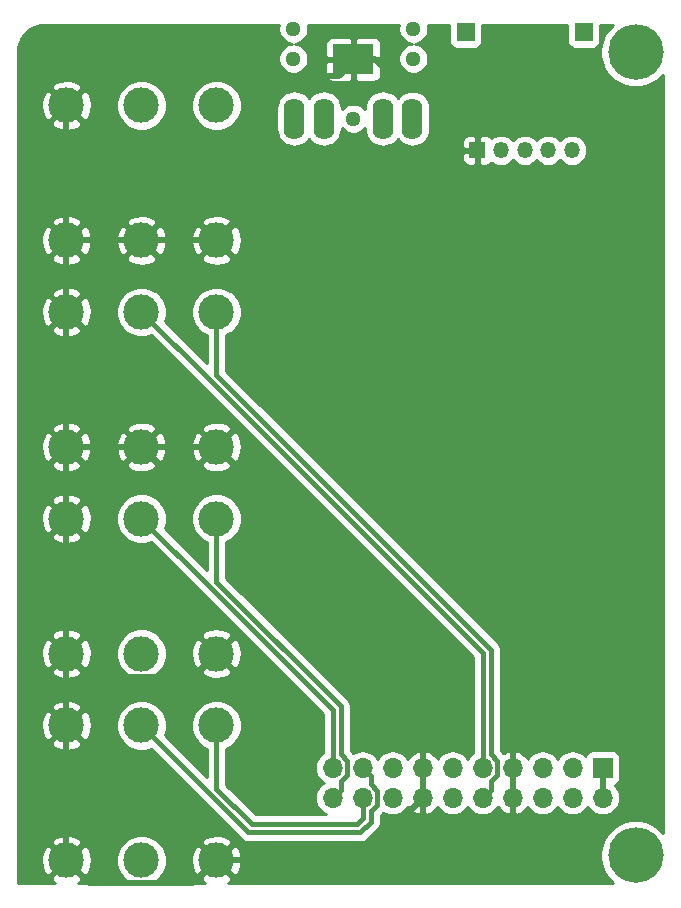
<source format=gbr>
G04 #@! TF.GenerationSoftware,KiCad,Pcbnew,5.0.2-5.fc29*
G04 #@! TF.CreationDate,2021-07-15T17:32:54+02:00*
G04 #@! TF.ProjectId,ZynAudioCon,5a796e41-7564-4696-9f43-6f6e2e6b6963,rev?*
G04 #@! TF.SameCoordinates,Original*
G04 #@! TF.FileFunction,Copper,L1,Top*
G04 #@! TF.FilePolarity,Positive*
%FSLAX46Y46*%
G04 Gerber Fmt 4.6, Leading zero omitted, Abs format (unit mm)*
G04 Created by KiCad (PCBNEW 5.0.2-5.fc29) date jue 15 jul 2021 17:32:54 CEST*
%MOMM*%
%LPD*%
G01*
G04 APERTURE LIST*
G04 #@! TA.AperFunction,ComponentPad*
%ADD10O,1.750000X3.500000*%
G04 #@! TD*
G04 #@! TA.AperFunction,ComponentPad*
%ADD11R,3.500000X2.500000*%
G04 #@! TD*
G04 #@! TA.AperFunction,ComponentPad*
%ADD12C,1.280000*%
G04 #@! TD*
G04 #@! TA.AperFunction,ComponentPad*
%ADD13R,1.524000X1.524000*%
G04 #@! TD*
G04 #@! TA.AperFunction,ComponentPad*
%ADD14R,1.350000X1.350000*%
G04 #@! TD*
G04 #@! TA.AperFunction,ComponentPad*
%ADD15O,1.350000X1.350000*%
G04 #@! TD*
G04 #@! TA.AperFunction,ComponentPad*
%ADD16C,4.700000*%
G04 #@! TD*
G04 #@! TA.AperFunction,ComponentPad*
%ADD17O,1.700000X1.700000*%
G04 #@! TD*
G04 #@! TA.AperFunction,ComponentPad*
%ADD18R,1.700000X1.700000*%
G04 #@! TD*
G04 #@! TA.AperFunction,ComponentPad*
%ADD19C,3.000000*%
G04 #@! TD*
G04 #@! TA.AperFunction,ViaPad*
%ADD20C,0.800000*%
G04 #@! TD*
G04 #@! TA.AperFunction,Conductor*
%ADD21C,0.400000*%
G04 #@! TD*
G04 #@! TA.AperFunction,Conductor*
%ADD22C,0.500000*%
G04 #@! TD*
G04 #@! TA.AperFunction,Conductor*
%ADD23C,0.254000*%
G04 #@! TD*
G04 APERTURE END LIST*
D10*
G04 #@! TO.P,PHONE1,RN*
G04 #@! TO.N,Net-(PHONE1-PadRN)*
X87750000Y-57508000D03*
G04 #@! TO.P,PHONE1,TN*
G04 #@! TO.N,Net-(PHONE1-PadTN)*
X82750000Y-57508000D03*
G04 #@! TO.P,PHONE1,T*
G04 #@! TO.N,PHONE-R*
X80250000Y-57508000D03*
D11*
G04 #@! TO.P,PHONE1,S*
G04 #@! TO.N,GND*
X85250000Y-52502000D03*
D10*
G04 #@! TO.P,PHONE1,R*
G04 #@! TO.N,PHONE-L*
X90250000Y-57508000D03*
D12*
G04 #@! TO.P,PHONE1,*
G04 #@! TO.N,*
X90330000Y-49907000D03*
X90330000Y-52447000D03*
X80170000Y-49907000D03*
X80170000Y-52447000D03*
X85250000Y-57527000D03*
G04 #@! TD*
D13*
G04 #@! TO.P,RV1,M2*
G04 #@! TO.N,N/C*
X104758000Y-50198000D03*
G04 #@! TO.P,RV1,M1*
X94758000Y-50198000D03*
D14*
G04 #@! TO.P,RV1,3*
G04 #@! TO.N,GND*
X95758000Y-60198000D03*
D15*
G04 #@! TO.P,RV1,1*
G04 #@! TO.N,NOUTR+*
X97758000Y-60198000D03*
G04 #@! TO.P,RV1,4*
G04 #@! TO.N,NOUTL+*
X99758000Y-60198000D03*
G04 #@! TO.P,RV1,5*
G04 #@! TO.N,PHONE-L*
X101758000Y-60198000D03*
G04 #@! TO.P,RV1,2*
G04 #@! TO.N,PHONE-R*
X103758000Y-60198000D03*
G04 #@! TD*
D16*
G04 #@! TO.P,REF\002A\002A,1*
G04 #@! TO.N,N/C*
X109160000Y-51890000D03*
G04 #@! TD*
G04 #@! TO.P,REF\002A\002A,1*
G04 #@! TO.N,N/C*
X109160000Y-119890000D03*
G04 #@! TD*
D17*
G04 #@! TO.P,J1,20*
G04 #@! TO.N,OUTL-*
X83500000Y-115030000D03*
G04 #@! TO.P,J1,19*
G04 #@! TO.N,OUTL+*
X83500000Y-112490000D03*
G04 #@! TO.P,J1,18*
G04 #@! TO.N,OUTR-*
X86040000Y-115030000D03*
G04 #@! TO.P,J1,17*
G04 #@! TO.N,OUTR+*
X86040000Y-112490000D03*
G04 #@! TO.P,J1,16*
G04 #@! TO.N,Net-(J1-Pad16)*
X88580000Y-115030000D03*
G04 #@! TO.P,J1,15*
G04 #@! TO.N,Net-(J1-Pad15)*
X88580000Y-112490000D03*
G04 #@! TO.P,J1,14*
G04 #@! TO.N,GND*
X91120000Y-115030000D03*
G04 #@! TO.P,J1,13*
X91120000Y-112490000D03*
G04 #@! TO.P,J1,12*
G04 #@! TO.N,INL-*
X93660000Y-115030000D03*
G04 #@! TO.P,J1,11*
G04 #@! TO.N,INL+*
X93660000Y-112490000D03*
G04 #@! TO.P,J1,10*
G04 #@! TO.N,INR-*
X96200000Y-115030000D03*
G04 #@! TO.P,J1,9*
G04 #@! TO.N,INR+*
X96200000Y-112490000D03*
G04 #@! TO.P,J1,8*
G04 #@! TO.N,GND*
X98740000Y-115030000D03*
G04 #@! TO.P,J1,7*
X98740000Y-112490000D03*
G04 #@! TO.P,J1,6*
G04 #@! TO.N,Net-(J1-Pad6)*
X101280000Y-115030000D03*
G04 #@! TO.P,J1,5*
G04 #@! TO.N,Net-(J1-Pad5)*
X101280000Y-112490000D03*
G04 #@! TO.P,J1,4*
G04 #@! TO.N,Net-(J1-Pad4)*
X103820000Y-115030000D03*
G04 #@! TO.P,J1,3*
G04 #@! TO.N,Net-(J1-Pad3)*
X103820000Y-112490000D03*
G04 #@! TO.P,J1,2*
G04 #@! TO.N,+5V*
X106360000Y-115030000D03*
D18*
G04 #@! TO.P,J1,1*
X106360000Y-112490000D03*
G04 #@! TD*
D19*
G04 #@! TO.P,AudioIN-1,T*
G04 #@! TO.N,INR-*
X73660000Y-73890000D03*
G04 #@! TO.P,AudioIN-1,S*
G04 #@! TO.N,GND*
X60960000Y-73890000D03*
G04 #@! TO.P,AudioIN-1,SN*
X60960000Y-85320000D03*
G04 #@! TO.P,AudioIN-1,TN*
X73660000Y-85320000D03*
G04 #@! TO.P,AudioIN-1,R*
G04 #@! TO.N,INR+*
X67310000Y-73890000D03*
G04 #@! TO.P,AudioIN-1,RN*
G04 #@! TO.N,GND*
X67310000Y-85320000D03*
G04 #@! TD*
G04 #@! TO.P,AudioIN-2,RN*
G04 #@! TO.N,GND*
X67310000Y-67820000D03*
G04 #@! TO.P,AudioIN-2,R*
G04 #@! TO.N,INL+*
X67310000Y-56390000D03*
G04 #@! TO.P,AudioIN-2,TN*
G04 #@! TO.N,GND*
X73660000Y-67820000D03*
G04 #@! TO.P,AudioIN-2,SN*
X60960000Y-67820000D03*
G04 #@! TO.P,AudioIN-2,S*
X60960000Y-56390000D03*
G04 #@! TO.P,AudioIN-2,T*
G04 #@! TO.N,INL-*
X73660000Y-56390000D03*
G04 #@! TD*
G04 #@! TO.P,AudioOUT-1,RN*
G04 #@! TO.N,NOUTR+*
X67310000Y-120320000D03*
G04 #@! TO.P,AudioOUT-1,R*
G04 #@! TO.N,OUTR+*
X67310000Y-108890000D03*
G04 #@! TO.P,AudioOUT-1,TN*
G04 #@! TO.N,GND*
X73660000Y-120320000D03*
G04 #@! TO.P,AudioOUT-1,SN*
X60960000Y-120320000D03*
G04 #@! TO.P,AudioOUT-1,S*
X60960000Y-108890000D03*
G04 #@! TO.P,AudioOUT-1,T*
G04 #@! TO.N,OUTR-*
X73660000Y-108890000D03*
G04 #@! TD*
G04 #@! TO.P,AudioOUT-2,RN*
G04 #@! TO.N,NOUTL+*
X67310000Y-102820000D03*
G04 #@! TO.P,AudioOUT-2,R*
G04 #@! TO.N,OUTL+*
X67310000Y-91390000D03*
G04 #@! TO.P,AudioOUT-2,TN*
G04 #@! TO.N,GND*
X73660000Y-102820000D03*
G04 #@! TO.P,AudioOUT-2,SN*
X60960000Y-102820000D03*
G04 #@! TO.P,AudioOUT-2,S*
X60960000Y-91390000D03*
G04 #@! TO.P,AudioOUT-2,T*
G04 #@! TO.N,OUTL-*
X73660000Y-91390000D03*
G04 #@! TD*
D20*
G04 #@! TO.N,GND*
X85090000Y-60960000D03*
X88646000Y-60960000D03*
X70612000Y-56642000D03*
X92964000Y-59182000D03*
G04 #@! TD*
D21*
G04 #@! TO.N,INR+*
X96200000Y-102780000D02*
X73165026Y-79745026D01*
X73165026Y-79745026D02*
X67310000Y-73890000D01*
X96200000Y-112490000D02*
X96200000Y-102780000D01*
D22*
G04 #@! TO.N,GND*
X71709999Y-122270001D02*
X73660000Y-120320000D01*
X62910001Y-122270001D02*
X71709999Y-122270001D01*
X60960000Y-120320000D02*
X62910001Y-122270001D01*
X60960000Y-108890000D02*
X60960000Y-120320000D01*
X60960000Y-91390000D02*
X60960000Y-102820000D01*
X60960000Y-73890000D02*
X60960000Y-85320000D01*
X60960000Y-56390000D02*
X60960000Y-67820000D01*
X60960000Y-67820000D02*
X67310000Y-67820000D01*
X67310000Y-67820000D02*
X73660000Y-67820000D01*
X60960000Y-85320000D02*
X67310000Y-85320000D01*
X67310000Y-85320000D02*
X73660000Y-85320000D01*
X60960000Y-102820000D02*
X60960000Y-108890000D01*
X71709999Y-104770001D02*
X73660000Y-102820000D01*
X62910001Y-104770001D02*
X71709999Y-104770001D01*
X60960000Y-102820000D02*
X62910001Y-104770001D01*
X85830000Y-120320000D02*
X73660000Y-120320000D01*
X91120000Y-115030000D02*
X85830000Y-120320000D01*
X91120000Y-115030000D02*
X91120000Y-112490000D01*
X98740000Y-115030000D02*
X98740000Y-112490000D01*
X60960000Y-85320000D02*
X60960000Y-91390000D01*
X60960000Y-67820000D02*
X60960000Y-73890000D01*
X95800000Y-59700000D02*
X95800000Y-58800000D01*
X95800000Y-58800000D02*
X92100000Y-55100000D01*
X92100000Y-55100000D02*
X89700000Y-55100000D01*
X87102000Y-52502000D02*
X85400000Y-52502000D01*
X89700000Y-55100000D02*
X87102000Y-52502000D01*
X84004999Y-53897001D02*
X85400000Y-52502000D01*
X75610001Y-58189999D02*
X79902999Y-53897001D01*
X75610001Y-65869999D02*
X75610001Y-58189999D01*
X79902999Y-53897001D02*
X84004999Y-53897001D01*
X73660000Y-67820000D02*
X75610001Y-65869999D01*
D21*
G04 #@! TO.N,INR-*
X96900000Y-102490050D02*
X73660000Y-79250050D01*
X96900000Y-111339998D02*
X96900000Y-102490050D01*
X97450001Y-111889999D02*
X96900000Y-111339998D01*
X97450001Y-113090001D02*
X97450001Y-111889999D01*
X73660000Y-79250050D02*
X73660000Y-73890000D01*
X96200000Y-115030000D02*
X96900000Y-114330000D01*
X96900000Y-114330000D02*
X96900000Y-113640002D01*
X96900000Y-113640002D02*
X97450001Y-113090001D01*
G04 #@! TO.N,OUTR+*
X86740000Y-113190000D02*
X86740000Y-113879998D01*
X86040000Y-112490000D02*
X86740000Y-113190000D01*
X86740000Y-113879998D02*
X87290001Y-114429999D01*
X87290001Y-114429999D02*
X87290001Y-115630001D01*
X87290001Y-115630001D02*
X86740000Y-116180002D01*
X86740000Y-116180002D02*
X86740000Y-117054976D01*
X86740000Y-117054976D02*
X85844976Y-117950000D01*
X73165026Y-114745026D02*
X67310000Y-108890000D01*
X85844976Y-117950000D02*
X76370000Y-117950000D01*
X76370000Y-117950000D02*
X73165026Y-114745026D01*
G04 #@! TO.N,OUTR-*
X86040000Y-115030000D02*
X86040000Y-116765024D01*
X86040000Y-116765024D02*
X85555024Y-117250000D01*
X73660000Y-114250050D02*
X73660000Y-108890000D01*
X76659950Y-117250000D02*
X73660000Y-114250050D01*
X85555024Y-117250000D02*
X76659950Y-117250000D01*
G04 #@! TO.N,OUTL-*
X84200000Y-107290050D02*
X73660000Y-96750050D01*
X84200000Y-111339998D02*
X84200000Y-107290050D01*
X84750001Y-111889999D02*
X84200000Y-111339998D01*
X84750001Y-113090001D02*
X84750001Y-111889999D01*
X73660000Y-96750050D02*
X73660000Y-91390000D01*
X83500000Y-115030000D02*
X84200000Y-114330000D01*
X84200000Y-114330000D02*
X84200000Y-113640002D01*
X84200000Y-113640002D02*
X84750001Y-113090001D01*
G04 #@! TO.N,OUTL+*
X83500000Y-107580000D02*
X73165026Y-97245026D01*
X83500000Y-112490000D02*
X83500000Y-107580000D01*
X73165026Y-97245026D02*
X67310000Y-91390000D01*
D22*
G04 #@! TO.N,+5V*
X106360000Y-115030000D02*
X106360000Y-112490000D01*
G04 #@! TD*
D23*
G04 #@! TO.N,GND*
G36*
X59126353Y-49575000D02*
X78936061Y-49575000D01*
X78895000Y-49781423D01*
X78895000Y-50032577D01*
X78943998Y-50278904D01*
X79040110Y-50510939D01*
X79179643Y-50719765D01*
X79357235Y-50897357D01*
X79566061Y-51036890D01*
X79798096Y-51133002D01*
X80019287Y-51177000D01*
X79798096Y-51220998D01*
X79566061Y-51317110D01*
X79357235Y-51456643D01*
X79179643Y-51634235D01*
X79040110Y-51843061D01*
X78943998Y-52075096D01*
X78895000Y-52321423D01*
X78895000Y-52572577D01*
X78943998Y-52818904D01*
X79040110Y-53050939D01*
X79179643Y-53259765D01*
X79357235Y-53437357D01*
X79566061Y-53576890D01*
X79798096Y-53673002D01*
X80044423Y-53722000D01*
X80295577Y-53722000D01*
X80541904Y-53673002D01*
X80773939Y-53576890D01*
X80982765Y-53437357D01*
X81160357Y-53259765D01*
X81299890Y-53050939D01*
X81396002Y-52818904D01*
X81402198Y-52787750D01*
X82865000Y-52787750D01*
X82865000Y-53814542D01*
X82889403Y-53937223D01*
X82937270Y-54052785D01*
X83006763Y-54156789D01*
X83095211Y-54245237D01*
X83199215Y-54314730D01*
X83314777Y-54362597D01*
X83437458Y-54387000D01*
X84964250Y-54387000D01*
X85123000Y-54228250D01*
X85123000Y-52629000D01*
X85377000Y-52629000D01*
X85377000Y-54228250D01*
X85535750Y-54387000D01*
X87062542Y-54387000D01*
X87185223Y-54362597D01*
X87300785Y-54314730D01*
X87404789Y-54245237D01*
X87493237Y-54156789D01*
X87562730Y-54052785D01*
X87610597Y-53937223D01*
X87635000Y-53814542D01*
X87635000Y-52787750D01*
X87476250Y-52629000D01*
X85377000Y-52629000D01*
X85123000Y-52629000D01*
X83023750Y-52629000D01*
X82865000Y-52787750D01*
X81402198Y-52787750D01*
X81445000Y-52572577D01*
X81445000Y-52321423D01*
X81396002Y-52075096D01*
X81299890Y-51843061D01*
X81160357Y-51634235D01*
X80982765Y-51456643D01*
X80773939Y-51317110D01*
X80541904Y-51220998D01*
X80383344Y-51189458D01*
X82865000Y-51189458D01*
X82865000Y-52216250D01*
X83023750Y-52375000D01*
X85123000Y-52375000D01*
X85123000Y-50775750D01*
X85377000Y-50775750D01*
X85377000Y-52375000D01*
X87476250Y-52375000D01*
X87635000Y-52216250D01*
X87635000Y-51189458D01*
X87610597Y-51066777D01*
X87562730Y-50951215D01*
X87493237Y-50847211D01*
X87404789Y-50758763D01*
X87300785Y-50689270D01*
X87185223Y-50641403D01*
X87062542Y-50617000D01*
X85535750Y-50617000D01*
X85377000Y-50775750D01*
X85123000Y-50775750D01*
X84964250Y-50617000D01*
X83437458Y-50617000D01*
X83314777Y-50641403D01*
X83199215Y-50689270D01*
X83095211Y-50758763D01*
X83006763Y-50847211D01*
X82937270Y-50951215D01*
X82889403Y-51066777D01*
X82865000Y-51189458D01*
X80383344Y-51189458D01*
X80320713Y-51177000D01*
X80541904Y-51133002D01*
X80773939Y-51036890D01*
X80982765Y-50897357D01*
X81160357Y-50719765D01*
X81299890Y-50510939D01*
X81396002Y-50278904D01*
X81445000Y-50032577D01*
X81445000Y-49781423D01*
X81403939Y-49575000D01*
X89096061Y-49575000D01*
X89055000Y-49781423D01*
X89055000Y-50032577D01*
X89103998Y-50278904D01*
X89200110Y-50510939D01*
X89339643Y-50719765D01*
X89517235Y-50897357D01*
X89726061Y-51036890D01*
X89958096Y-51133002D01*
X90179287Y-51177000D01*
X89958096Y-51220998D01*
X89726061Y-51317110D01*
X89517235Y-51456643D01*
X89339643Y-51634235D01*
X89200110Y-51843061D01*
X89103998Y-52075096D01*
X89055000Y-52321423D01*
X89055000Y-52572577D01*
X89103998Y-52818904D01*
X89200110Y-53050939D01*
X89339643Y-53259765D01*
X89517235Y-53437357D01*
X89726061Y-53576890D01*
X89958096Y-53673002D01*
X90204423Y-53722000D01*
X90455577Y-53722000D01*
X90701904Y-53673002D01*
X90933939Y-53576890D01*
X91142765Y-53437357D01*
X91320357Y-53259765D01*
X91459890Y-53050939D01*
X91556002Y-52818904D01*
X91605000Y-52572577D01*
X91605000Y-52321423D01*
X91556002Y-52075096D01*
X91459890Y-51843061D01*
X91320357Y-51634235D01*
X91142765Y-51456643D01*
X90933939Y-51317110D01*
X90701904Y-51220998D01*
X90480713Y-51177000D01*
X90701904Y-51133002D01*
X90933939Y-51036890D01*
X91142765Y-50897357D01*
X91320357Y-50719765D01*
X91459890Y-50510939D01*
X91556002Y-50278904D01*
X91605000Y-50032577D01*
X91605000Y-49781423D01*
X91563939Y-49575000D01*
X93357928Y-49575000D01*
X93357928Y-50960000D01*
X93370188Y-51084482D01*
X93406498Y-51204180D01*
X93465463Y-51314494D01*
X93544815Y-51411185D01*
X93641506Y-51490537D01*
X93751820Y-51549502D01*
X93871518Y-51585812D01*
X93996000Y-51598072D01*
X95520000Y-51598072D01*
X95644482Y-51585812D01*
X95764180Y-51549502D01*
X95874494Y-51490537D01*
X95971185Y-51411185D01*
X96050537Y-51314494D01*
X96109502Y-51204180D01*
X96145812Y-51084482D01*
X96158072Y-50960000D01*
X96158072Y-49575000D01*
X103357928Y-49575000D01*
X103357928Y-50960000D01*
X103370188Y-51084482D01*
X103406498Y-51204180D01*
X103465463Y-51314494D01*
X103544815Y-51411185D01*
X103641506Y-51490537D01*
X103751820Y-51549502D01*
X103871518Y-51585812D01*
X103996000Y-51598072D01*
X105520000Y-51598072D01*
X105644482Y-51585812D01*
X105764180Y-51549502D01*
X105874494Y-51490537D01*
X105971185Y-51411185D01*
X106050537Y-51314494D01*
X106109502Y-51204180D01*
X106145812Y-51084482D01*
X106158072Y-50960000D01*
X106158072Y-49575000D01*
X107253573Y-49575000D01*
X106841399Y-49987174D01*
X106514727Y-50476072D01*
X106289712Y-51019308D01*
X106175000Y-51596003D01*
X106175000Y-52183997D01*
X106289712Y-52760692D01*
X106514727Y-53303928D01*
X106841399Y-53792826D01*
X107257174Y-54208601D01*
X107746072Y-54535273D01*
X108289308Y-54760288D01*
X108866003Y-54875000D01*
X109453997Y-54875000D01*
X110030692Y-54760288D01*
X110573928Y-54535273D01*
X111062826Y-54208601D01*
X111475000Y-53796427D01*
X111475001Y-117983574D01*
X111062826Y-117571399D01*
X110573928Y-117244727D01*
X110030692Y-117019712D01*
X109453997Y-116905000D01*
X108866003Y-116905000D01*
X108289308Y-117019712D01*
X107746072Y-117244727D01*
X107257174Y-117571399D01*
X106841399Y-117987174D01*
X106514727Y-118476072D01*
X106289712Y-119019308D01*
X106175000Y-119596003D01*
X106175000Y-120183997D01*
X106289712Y-120760692D01*
X106514727Y-121303928D01*
X106841399Y-121792826D01*
X107253573Y-122205000D01*
X74670509Y-122205000D01*
X74816038Y-122127214D01*
X74972048Y-121811653D01*
X73660000Y-120499605D01*
X72347952Y-121811653D01*
X72503962Y-122127214D01*
X72656750Y-122205000D01*
X68331796Y-122205000D01*
X68670983Y-121978363D01*
X68968363Y-121680983D01*
X69202012Y-121331302D01*
X69362953Y-120942756D01*
X69445000Y-120530279D01*
X69445000Y-120362824D01*
X71515098Y-120362824D01*
X71564666Y-120780451D01*
X71694757Y-121180383D01*
X71852786Y-121476038D01*
X72168347Y-121632048D01*
X73480395Y-120320000D01*
X73839605Y-120320000D01*
X75151653Y-121632048D01*
X75467214Y-121476038D01*
X75658020Y-121101255D01*
X75772044Y-120696449D01*
X75804902Y-120277176D01*
X75755334Y-119859549D01*
X75625243Y-119459617D01*
X75467214Y-119163962D01*
X75151653Y-119007952D01*
X73839605Y-120320000D01*
X73480395Y-120320000D01*
X72168347Y-119007952D01*
X71852786Y-119163962D01*
X71661980Y-119538745D01*
X71547956Y-119943551D01*
X71515098Y-120362824D01*
X69445000Y-120362824D01*
X69445000Y-120109721D01*
X69362953Y-119697244D01*
X69202012Y-119308698D01*
X68968363Y-118959017D01*
X68837693Y-118828347D01*
X72347952Y-118828347D01*
X73660000Y-120140395D01*
X74972048Y-118828347D01*
X74816038Y-118512786D01*
X74441255Y-118321980D01*
X74036449Y-118207956D01*
X73617176Y-118175098D01*
X73199549Y-118224666D01*
X72799617Y-118354757D01*
X72503962Y-118512786D01*
X72347952Y-118828347D01*
X68837693Y-118828347D01*
X68670983Y-118661637D01*
X68321302Y-118427988D01*
X67932756Y-118267047D01*
X67520279Y-118185000D01*
X67099721Y-118185000D01*
X66687244Y-118267047D01*
X66298698Y-118427988D01*
X65949017Y-118661637D01*
X65651637Y-118959017D01*
X65417988Y-119308698D01*
X65257047Y-119697244D01*
X65175000Y-120109721D01*
X65175000Y-120530279D01*
X65257047Y-120942756D01*
X65417988Y-121331302D01*
X65651637Y-121680983D01*
X65949017Y-121978363D01*
X66288204Y-122205000D01*
X61970509Y-122205000D01*
X62116038Y-122127214D01*
X62272048Y-121811653D01*
X60960000Y-120499605D01*
X59647952Y-121811653D01*
X59803962Y-122127214D01*
X59956750Y-122205000D01*
X56845000Y-122205000D01*
X56845000Y-120362824D01*
X58815098Y-120362824D01*
X58864666Y-120780451D01*
X58994757Y-121180383D01*
X59152786Y-121476038D01*
X59468347Y-121632048D01*
X60780395Y-120320000D01*
X61139605Y-120320000D01*
X62451653Y-121632048D01*
X62767214Y-121476038D01*
X62958020Y-121101255D01*
X63072044Y-120696449D01*
X63104902Y-120277176D01*
X63055334Y-119859549D01*
X62925243Y-119459617D01*
X62767214Y-119163962D01*
X62451653Y-119007952D01*
X61139605Y-120320000D01*
X60780395Y-120320000D01*
X59468347Y-119007952D01*
X59152786Y-119163962D01*
X58961980Y-119538745D01*
X58847956Y-119943551D01*
X58815098Y-120362824D01*
X56845000Y-120362824D01*
X56845000Y-118828347D01*
X59647952Y-118828347D01*
X60960000Y-120140395D01*
X62272048Y-118828347D01*
X62116038Y-118512786D01*
X61741255Y-118321980D01*
X61336449Y-118207956D01*
X60917176Y-118175098D01*
X60499549Y-118224666D01*
X60099617Y-118354757D01*
X59803962Y-118512786D01*
X59647952Y-118828347D01*
X56845000Y-118828347D01*
X56845000Y-110381653D01*
X59647952Y-110381653D01*
X59803962Y-110697214D01*
X60178745Y-110888020D01*
X60583551Y-111002044D01*
X61002824Y-111034902D01*
X61420451Y-110985334D01*
X61820383Y-110855243D01*
X62116038Y-110697214D01*
X62272048Y-110381653D01*
X60960000Y-109069605D01*
X59647952Y-110381653D01*
X56845000Y-110381653D01*
X56845000Y-108932824D01*
X58815098Y-108932824D01*
X58864666Y-109350451D01*
X58994757Y-109750383D01*
X59152786Y-110046038D01*
X59468347Y-110202048D01*
X60780395Y-108890000D01*
X61139605Y-108890000D01*
X62451653Y-110202048D01*
X62767214Y-110046038D01*
X62958020Y-109671255D01*
X63072044Y-109266449D01*
X63104902Y-108847176D01*
X63055334Y-108429549D01*
X62925243Y-108029617D01*
X62767214Y-107733962D01*
X62451653Y-107577952D01*
X61139605Y-108890000D01*
X60780395Y-108890000D01*
X59468347Y-107577952D01*
X59152786Y-107733962D01*
X58961980Y-108108745D01*
X58847956Y-108513551D01*
X58815098Y-108932824D01*
X56845000Y-108932824D01*
X56845000Y-107398347D01*
X59647952Y-107398347D01*
X60960000Y-108710395D01*
X62272048Y-107398347D01*
X62116038Y-107082786D01*
X61741255Y-106891980D01*
X61336449Y-106777956D01*
X60917176Y-106745098D01*
X60499549Y-106794666D01*
X60099617Y-106924757D01*
X59803962Y-107082786D01*
X59647952Y-107398347D01*
X56845000Y-107398347D01*
X56845000Y-104311653D01*
X59647952Y-104311653D01*
X59803962Y-104627214D01*
X60178745Y-104818020D01*
X60583551Y-104932044D01*
X61002824Y-104964902D01*
X61420451Y-104915334D01*
X61820383Y-104785243D01*
X62116038Y-104627214D01*
X62272048Y-104311653D01*
X60960000Y-102999605D01*
X59647952Y-104311653D01*
X56845000Y-104311653D01*
X56845000Y-102862824D01*
X58815098Y-102862824D01*
X58864666Y-103280451D01*
X58994757Y-103680383D01*
X59152786Y-103976038D01*
X59468347Y-104132048D01*
X60780395Y-102820000D01*
X61139605Y-102820000D01*
X62451653Y-104132048D01*
X62767214Y-103976038D01*
X62958020Y-103601255D01*
X63072044Y-103196449D01*
X63104902Y-102777176D01*
X63085027Y-102609721D01*
X65175000Y-102609721D01*
X65175000Y-103030279D01*
X65257047Y-103442756D01*
X65417988Y-103831302D01*
X65651637Y-104180983D01*
X65949017Y-104478363D01*
X66298698Y-104712012D01*
X66687244Y-104872953D01*
X67099721Y-104955000D01*
X67520279Y-104955000D01*
X67932756Y-104872953D01*
X68321302Y-104712012D01*
X68670983Y-104478363D01*
X68837693Y-104311653D01*
X72347952Y-104311653D01*
X72503962Y-104627214D01*
X72878745Y-104818020D01*
X73283551Y-104932044D01*
X73702824Y-104964902D01*
X74120451Y-104915334D01*
X74520383Y-104785243D01*
X74816038Y-104627214D01*
X74972048Y-104311653D01*
X73660000Y-102999605D01*
X72347952Y-104311653D01*
X68837693Y-104311653D01*
X68968363Y-104180983D01*
X69202012Y-103831302D01*
X69362953Y-103442756D01*
X69445000Y-103030279D01*
X69445000Y-102862824D01*
X71515098Y-102862824D01*
X71564666Y-103280451D01*
X71694757Y-103680383D01*
X71852786Y-103976038D01*
X72168347Y-104132048D01*
X73480395Y-102820000D01*
X73839605Y-102820000D01*
X75151653Y-104132048D01*
X75467214Y-103976038D01*
X75658020Y-103601255D01*
X75772044Y-103196449D01*
X75804902Y-102777176D01*
X75755334Y-102359549D01*
X75625243Y-101959617D01*
X75467214Y-101663962D01*
X75151653Y-101507952D01*
X73839605Y-102820000D01*
X73480395Y-102820000D01*
X72168347Y-101507952D01*
X71852786Y-101663962D01*
X71661980Y-102038745D01*
X71547956Y-102443551D01*
X71515098Y-102862824D01*
X69445000Y-102862824D01*
X69445000Y-102609721D01*
X69362953Y-102197244D01*
X69202012Y-101808698D01*
X68968363Y-101459017D01*
X68837693Y-101328347D01*
X72347952Y-101328347D01*
X73660000Y-102640395D01*
X74972048Y-101328347D01*
X74816038Y-101012786D01*
X74441255Y-100821980D01*
X74036449Y-100707956D01*
X73617176Y-100675098D01*
X73199549Y-100724666D01*
X72799617Y-100854757D01*
X72503962Y-101012786D01*
X72347952Y-101328347D01*
X68837693Y-101328347D01*
X68670983Y-101161637D01*
X68321302Y-100927988D01*
X67932756Y-100767047D01*
X67520279Y-100685000D01*
X67099721Y-100685000D01*
X66687244Y-100767047D01*
X66298698Y-100927988D01*
X65949017Y-101161637D01*
X65651637Y-101459017D01*
X65417988Y-101808698D01*
X65257047Y-102197244D01*
X65175000Y-102609721D01*
X63085027Y-102609721D01*
X63055334Y-102359549D01*
X62925243Y-101959617D01*
X62767214Y-101663962D01*
X62451653Y-101507952D01*
X61139605Y-102820000D01*
X60780395Y-102820000D01*
X59468347Y-101507952D01*
X59152786Y-101663962D01*
X58961980Y-102038745D01*
X58847956Y-102443551D01*
X58815098Y-102862824D01*
X56845000Y-102862824D01*
X56845000Y-101328347D01*
X59647952Y-101328347D01*
X60960000Y-102640395D01*
X62272048Y-101328347D01*
X62116038Y-101012786D01*
X61741255Y-100821980D01*
X61336449Y-100707956D01*
X60917176Y-100675098D01*
X60499549Y-100724666D01*
X60099617Y-100854757D01*
X59803962Y-101012786D01*
X59647952Y-101328347D01*
X56845000Y-101328347D01*
X56845000Y-92881653D01*
X59647952Y-92881653D01*
X59803962Y-93197214D01*
X60178745Y-93388020D01*
X60583551Y-93502044D01*
X61002824Y-93534902D01*
X61420451Y-93485334D01*
X61820383Y-93355243D01*
X62116038Y-93197214D01*
X62272048Y-92881653D01*
X60960000Y-91569605D01*
X59647952Y-92881653D01*
X56845000Y-92881653D01*
X56845000Y-91432824D01*
X58815098Y-91432824D01*
X58864666Y-91850451D01*
X58994757Y-92250383D01*
X59152786Y-92546038D01*
X59468347Y-92702048D01*
X60780395Y-91390000D01*
X61139605Y-91390000D01*
X62451653Y-92702048D01*
X62767214Y-92546038D01*
X62958020Y-92171255D01*
X63072044Y-91766449D01*
X63104902Y-91347176D01*
X63085027Y-91179721D01*
X65175000Y-91179721D01*
X65175000Y-91600279D01*
X65257047Y-92012756D01*
X65417988Y-92401302D01*
X65651637Y-92750983D01*
X65949017Y-93048363D01*
X66298698Y-93282012D01*
X66687244Y-93442953D01*
X67099721Y-93525000D01*
X67520279Y-93525000D01*
X67932756Y-93442953D01*
X68109059Y-93369926D01*
X72603596Y-97864464D01*
X72603602Y-97864469D01*
X82665001Y-107925869D01*
X82665000Y-111254206D01*
X82444866Y-111434866D01*
X82259294Y-111660986D01*
X82121401Y-111918966D01*
X82036487Y-112198889D01*
X82007815Y-112490000D01*
X82036487Y-112781111D01*
X82121401Y-113061034D01*
X82259294Y-113319014D01*
X82444866Y-113545134D01*
X82670986Y-113730706D01*
X82725791Y-113760000D01*
X82670986Y-113789294D01*
X82444866Y-113974866D01*
X82259294Y-114200986D01*
X82121401Y-114458966D01*
X82036487Y-114738889D01*
X82007815Y-115030000D01*
X82036487Y-115321111D01*
X82121401Y-115601034D01*
X82259294Y-115859014D01*
X82444866Y-116085134D01*
X82670986Y-116270706D01*
X82928966Y-116408599D01*
X82950067Y-116415000D01*
X77005818Y-116415000D01*
X74495000Y-113904183D01*
X74495000Y-110855039D01*
X74671302Y-110782012D01*
X75020983Y-110548363D01*
X75318363Y-110250983D01*
X75552012Y-109901302D01*
X75712953Y-109512756D01*
X75795000Y-109100279D01*
X75795000Y-108679721D01*
X75712953Y-108267244D01*
X75552012Y-107878698D01*
X75318363Y-107529017D01*
X75020983Y-107231637D01*
X74671302Y-106997988D01*
X74282756Y-106837047D01*
X73870279Y-106755000D01*
X73449721Y-106755000D01*
X73037244Y-106837047D01*
X72648698Y-106997988D01*
X72299017Y-107231637D01*
X72001637Y-107529017D01*
X71767988Y-107878698D01*
X71607047Y-108267244D01*
X71525000Y-108679721D01*
X71525000Y-109100279D01*
X71607047Y-109512756D01*
X71767988Y-109901302D01*
X72001637Y-110250983D01*
X72299017Y-110548363D01*
X72648698Y-110782012D01*
X72825001Y-110855039D01*
X72825000Y-113224132D01*
X69289926Y-109689059D01*
X69362953Y-109512756D01*
X69445000Y-109100279D01*
X69445000Y-108679721D01*
X69362953Y-108267244D01*
X69202012Y-107878698D01*
X68968363Y-107529017D01*
X68670983Y-107231637D01*
X68321302Y-106997988D01*
X67932756Y-106837047D01*
X67520279Y-106755000D01*
X67099721Y-106755000D01*
X66687244Y-106837047D01*
X66298698Y-106997988D01*
X65949017Y-107231637D01*
X65651637Y-107529017D01*
X65417988Y-107878698D01*
X65257047Y-108267244D01*
X65175000Y-108679721D01*
X65175000Y-109100279D01*
X65257047Y-109512756D01*
X65417988Y-109901302D01*
X65651637Y-110250983D01*
X65949017Y-110548363D01*
X66298698Y-110782012D01*
X66687244Y-110942953D01*
X67099721Y-111025000D01*
X67520279Y-111025000D01*
X67932756Y-110942953D01*
X68109059Y-110869926D01*
X72603596Y-115364464D01*
X72603601Y-115364468D01*
X75750563Y-118511432D01*
X75776709Y-118543291D01*
X75903854Y-118647636D01*
X76048913Y-118725172D01*
X76206311Y-118772918D01*
X76328981Y-118785000D01*
X76328982Y-118785000D01*
X76370000Y-118789040D01*
X76411018Y-118785000D01*
X85803958Y-118785000D01*
X85844976Y-118789040D01*
X85885994Y-118785000D01*
X85885995Y-118785000D01*
X86008665Y-118772918D01*
X86166063Y-118725172D01*
X86311122Y-118647636D01*
X86438267Y-118543291D01*
X86464422Y-118511421D01*
X87301426Y-117674418D01*
X87333291Y-117648267D01*
X87437636Y-117521122D01*
X87515172Y-117376063D01*
X87562918Y-117218665D01*
X87575000Y-117095995D01*
X87579040Y-117054977D01*
X87575000Y-117013958D01*
X87575000Y-116525869D01*
X87802584Y-116298286D01*
X88008966Y-116408599D01*
X88288889Y-116493513D01*
X88507050Y-116515000D01*
X88652950Y-116515000D01*
X88871111Y-116493513D01*
X89151034Y-116408599D01*
X89409014Y-116270706D01*
X89635134Y-116085134D01*
X89820706Y-115859014D01*
X89855201Y-115794477D01*
X89924822Y-115911355D01*
X90119731Y-116127588D01*
X90353080Y-116301641D01*
X90615901Y-116426825D01*
X90763110Y-116471476D01*
X90993000Y-116350155D01*
X90993000Y-115157000D01*
X90973000Y-115157000D01*
X90973000Y-114903000D01*
X90993000Y-114903000D01*
X90993000Y-112617000D01*
X90973000Y-112617000D01*
X90973000Y-112363000D01*
X90993000Y-112363000D01*
X90993000Y-111169845D01*
X90763110Y-111048524D01*
X90615901Y-111093175D01*
X90353080Y-111218359D01*
X90119731Y-111392412D01*
X89924822Y-111608645D01*
X89855201Y-111725523D01*
X89820706Y-111660986D01*
X89635134Y-111434866D01*
X89409014Y-111249294D01*
X89151034Y-111111401D01*
X88871111Y-111026487D01*
X88652950Y-111005000D01*
X88507050Y-111005000D01*
X88288889Y-111026487D01*
X88008966Y-111111401D01*
X87750986Y-111249294D01*
X87524866Y-111434866D01*
X87339294Y-111660986D01*
X87310000Y-111715791D01*
X87280706Y-111660986D01*
X87095134Y-111434866D01*
X86869014Y-111249294D01*
X86611034Y-111111401D01*
X86331111Y-111026487D01*
X86112950Y-111005000D01*
X85967050Y-111005000D01*
X85748889Y-111026487D01*
X85468966Y-111111401D01*
X85262584Y-111221714D01*
X85035000Y-110994131D01*
X85035000Y-107331068D01*
X85039040Y-107290050D01*
X85022918Y-107126361D01*
X84975172Y-106968963D01*
X84897636Y-106823904D01*
X84819439Y-106728620D01*
X84819437Y-106728618D01*
X84793291Y-106696759D01*
X84761432Y-106670613D01*
X74495000Y-96404183D01*
X74495000Y-93355039D01*
X74671302Y-93282012D01*
X75020983Y-93048363D01*
X75318363Y-92750983D01*
X75552012Y-92401302D01*
X75712953Y-92012756D01*
X75795000Y-91600279D01*
X75795000Y-91179721D01*
X75712953Y-90767244D01*
X75552012Y-90378698D01*
X75318363Y-90029017D01*
X75020983Y-89731637D01*
X74671302Y-89497988D01*
X74282756Y-89337047D01*
X73870279Y-89255000D01*
X73449721Y-89255000D01*
X73037244Y-89337047D01*
X72648698Y-89497988D01*
X72299017Y-89731637D01*
X72001637Y-90029017D01*
X71767988Y-90378698D01*
X71607047Y-90767244D01*
X71525000Y-91179721D01*
X71525000Y-91600279D01*
X71607047Y-92012756D01*
X71767988Y-92401302D01*
X72001637Y-92750983D01*
X72299017Y-93048363D01*
X72648698Y-93282012D01*
X72825001Y-93355039D01*
X72825000Y-95724132D01*
X69289926Y-92189059D01*
X69362953Y-92012756D01*
X69445000Y-91600279D01*
X69445000Y-91179721D01*
X69362953Y-90767244D01*
X69202012Y-90378698D01*
X68968363Y-90029017D01*
X68670983Y-89731637D01*
X68321302Y-89497988D01*
X67932756Y-89337047D01*
X67520279Y-89255000D01*
X67099721Y-89255000D01*
X66687244Y-89337047D01*
X66298698Y-89497988D01*
X65949017Y-89731637D01*
X65651637Y-90029017D01*
X65417988Y-90378698D01*
X65257047Y-90767244D01*
X65175000Y-91179721D01*
X63085027Y-91179721D01*
X63055334Y-90929549D01*
X62925243Y-90529617D01*
X62767214Y-90233962D01*
X62451653Y-90077952D01*
X61139605Y-91390000D01*
X60780395Y-91390000D01*
X59468347Y-90077952D01*
X59152786Y-90233962D01*
X58961980Y-90608745D01*
X58847956Y-91013551D01*
X58815098Y-91432824D01*
X56845000Y-91432824D01*
X56845000Y-89898347D01*
X59647952Y-89898347D01*
X60960000Y-91210395D01*
X62272048Y-89898347D01*
X62116038Y-89582786D01*
X61741255Y-89391980D01*
X61336449Y-89277956D01*
X60917176Y-89245098D01*
X60499549Y-89294666D01*
X60099617Y-89424757D01*
X59803962Y-89582786D01*
X59647952Y-89898347D01*
X56845000Y-89898347D01*
X56845000Y-86811653D01*
X59647952Y-86811653D01*
X59803962Y-87127214D01*
X60178745Y-87318020D01*
X60583551Y-87432044D01*
X61002824Y-87464902D01*
X61420451Y-87415334D01*
X61820383Y-87285243D01*
X62116038Y-87127214D01*
X62272048Y-86811653D01*
X65997952Y-86811653D01*
X66153962Y-87127214D01*
X66528745Y-87318020D01*
X66933551Y-87432044D01*
X67352824Y-87464902D01*
X67770451Y-87415334D01*
X68170383Y-87285243D01*
X68466038Y-87127214D01*
X68622048Y-86811653D01*
X72347952Y-86811653D01*
X72503962Y-87127214D01*
X72878745Y-87318020D01*
X73283551Y-87432044D01*
X73702824Y-87464902D01*
X74120451Y-87415334D01*
X74520383Y-87285243D01*
X74816038Y-87127214D01*
X74972048Y-86811653D01*
X73660000Y-85499605D01*
X72347952Y-86811653D01*
X68622048Y-86811653D01*
X67310000Y-85499605D01*
X65997952Y-86811653D01*
X62272048Y-86811653D01*
X60960000Y-85499605D01*
X59647952Y-86811653D01*
X56845000Y-86811653D01*
X56845000Y-85362824D01*
X58815098Y-85362824D01*
X58864666Y-85780451D01*
X58994757Y-86180383D01*
X59152786Y-86476038D01*
X59468347Y-86632048D01*
X60780395Y-85320000D01*
X61139605Y-85320000D01*
X62451653Y-86632048D01*
X62767214Y-86476038D01*
X62958020Y-86101255D01*
X63072044Y-85696449D01*
X63098189Y-85362824D01*
X65165098Y-85362824D01*
X65214666Y-85780451D01*
X65344757Y-86180383D01*
X65502786Y-86476038D01*
X65818347Y-86632048D01*
X67130395Y-85320000D01*
X67489605Y-85320000D01*
X68801653Y-86632048D01*
X69117214Y-86476038D01*
X69308020Y-86101255D01*
X69422044Y-85696449D01*
X69448189Y-85362824D01*
X71515098Y-85362824D01*
X71564666Y-85780451D01*
X71694757Y-86180383D01*
X71852786Y-86476038D01*
X72168347Y-86632048D01*
X73480395Y-85320000D01*
X73839605Y-85320000D01*
X75151653Y-86632048D01*
X75467214Y-86476038D01*
X75658020Y-86101255D01*
X75772044Y-85696449D01*
X75804902Y-85277176D01*
X75755334Y-84859549D01*
X75625243Y-84459617D01*
X75467214Y-84163962D01*
X75151653Y-84007952D01*
X73839605Y-85320000D01*
X73480395Y-85320000D01*
X72168347Y-84007952D01*
X71852786Y-84163962D01*
X71661980Y-84538745D01*
X71547956Y-84943551D01*
X71515098Y-85362824D01*
X69448189Y-85362824D01*
X69454902Y-85277176D01*
X69405334Y-84859549D01*
X69275243Y-84459617D01*
X69117214Y-84163962D01*
X68801653Y-84007952D01*
X67489605Y-85320000D01*
X67130395Y-85320000D01*
X65818347Y-84007952D01*
X65502786Y-84163962D01*
X65311980Y-84538745D01*
X65197956Y-84943551D01*
X65165098Y-85362824D01*
X63098189Y-85362824D01*
X63104902Y-85277176D01*
X63055334Y-84859549D01*
X62925243Y-84459617D01*
X62767214Y-84163962D01*
X62451653Y-84007952D01*
X61139605Y-85320000D01*
X60780395Y-85320000D01*
X59468347Y-84007952D01*
X59152786Y-84163962D01*
X58961980Y-84538745D01*
X58847956Y-84943551D01*
X58815098Y-85362824D01*
X56845000Y-85362824D01*
X56845000Y-83828347D01*
X59647952Y-83828347D01*
X60960000Y-85140395D01*
X62272048Y-83828347D01*
X65997952Y-83828347D01*
X67310000Y-85140395D01*
X68622048Y-83828347D01*
X72347952Y-83828347D01*
X73660000Y-85140395D01*
X74972048Y-83828347D01*
X74816038Y-83512786D01*
X74441255Y-83321980D01*
X74036449Y-83207956D01*
X73617176Y-83175098D01*
X73199549Y-83224666D01*
X72799617Y-83354757D01*
X72503962Y-83512786D01*
X72347952Y-83828347D01*
X68622048Y-83828347D01*
X68466038Y-83512786D01*
X68091255Y-83321980D01*
X67686449Y-83207956D01*
X67267176Y-83175098D01*
X66849549Y-83224666D01*
X66449617Y-83354757D01*
X66153962Y-83512786D01*
X65997952Y-83828347D01*
X62272048Y-83828347D01*
X62116038Y-83512786D01*
X61741255Y-83321980D01*
X61336449Y-83207956D01*
X60917176Y-83175098D01*
X60499549Y-83224666D01*
X60099617Y-83354757D01*
X59803962Y-83512786D01*
X59647952Y-83828347D01*
X56845000Y-83828347D01*
X56845000Y-75381653D01*
X59647952Y-75381653D01*
X59803962Y-75697214D01*
X60178745Y-75888020D01*
X60583551Y-76002044D01*
X61002824Y-76034902D01*
X61420451Y-75985334D01*
X61820383Y-75855243D01*
X62116038Y-75697214D01*
X62272048Y-75381653D01*
X60960000Y-74069605D01*
X59647952Y-75381653D01*
X56845000Y-75381653D01*
X56845000Y-73932824D01*
X58815098Y-73932824D01*
X58864666Y-74350451D01*
X58994757Y-74750383D01*
X59152786Y-75046038D01*
X59468347Y-75202048D01*
X60780395Y-73890000D01*
X61139605Y-73890000D01*
X62451653Y-75202048D01*
X62767214Y-75046038D01*
X62958020Y-74671255D01*
X63072044Y-74266449D01*
X63104902Y-73847176D01*
X63085027Y-73679721D01*
X65175000Y-73679721D01*
X65175000Y-74100279D01*
X65257047Y-74512756D01*
X65417988Y-74901302D01*
X65651637Y-75250983D01*
X65949017Y-75548363D01*
X66298698Y-75782012D01*
X66687244Y-75942953D01*
X67099721Y-76025000D01*
X67520279Y-76025000D01*
X67932756Y-75942953D01*
X68109059Y-75869926D01*
X72603596Y-80364464D01*
X72603602Y-80364469D01*
X95365001Y-103125870D01*
X95365000Y-111254206D01*
X95144866Y-111434866D01*
X94959294Y-111660986D01*
X94930000Y-111715791D01*
X94900706Y-111660986D01*
X94715134Y-111434866D01*
X94489014Y-111249294D01*
X94231034Y-111111401D01*
X93951111Y-111026487D01*
X93732950Y-111005000D01*
X93587050Y-111005000D01*
X93368889Y-111026487D01*
X93088966Y-111111401D01*
X92830986Y-111249294D01*
X92604866Y-111434866D01*
X92419294Y-111660986D01*
X92384799Y-111725523D01*
X92315178Y-111608645D01*
X92120269Y-111392412D01*
X91886920Y-111218359D01*
X91624099Y-111093175D01*
X91476890Y-111048524D01*
X91247000Y-111169845D01*
X91247000Y-112363000D01*
X91267000Y-112363000D01*
X91267000Y-112617000D01*
X91247000Y-112617000D01*
X91247000Y-114903000D01*
X91267000Y-114903000D01*
X91267000Y-115157000D01*
X91247000Y-115157000D01*
X91247000Y-116350155D01*
X91476890Y-116471476D01*
X91624099Y-116426825D01*
X91886920Y-116301641D01*
X92120269Y-116127588D01*
X92315178Y-115911355D01*
X92384799Y-115794477D01*
X92419294Y-115859014D01*
X92604866Y-116085134D01*
X92830986Y-116270706D01*
X93088966Y-116408599D01*
X93368889Y-116493513D01*
X93587050Y-116515000D01*
X93732950Y-116515000D01*
X93951111Y-116493513D01*
X94231034Y-116408599D01*
X94489014Y-116270706D01*
X94715134Y-116085134D01*
X94900706Y-115859014D01*
X94930000Y-115804209D01*
X94959294Y-115859014D01*
X95144866Y-116085134D01*
X95370986Y-116270706D01*
X95628966Y-116408599D01*
X95908889Y-116493513D01*
X96127050Y-116515000D01*
X96272950Y-116515000D01*
X96491111Y-116493513D01*
X96771034Y-116408599D01*
X97029014Y-116270706D01*
X97255134Y-116085134D01*
X97440706Y-115859014D01*
X97475201Y-115794477D01*
X97544822Y-115911355D01*
X97739731Y-116127588D01*
X97973080Y-116301641D01*
X98235901Y-116426825D01*
X98383110Y-116471476D01*
X98613000Y-116350155D01*
X98613000Y-115157000D01*
X98593000Y-115157000D01*
X98593000Y-114903000D01*
X98613000Y-114903000D01*
X98613000Y-112617000D01*
X98593000Y-112617000D01*
X98593000Y-112363000D01*
X98613000Y-112363000D01*
X98613000Y-111169845D01*
X98867000Y-111169845D01*
X98867000Y-112363000D01*
X98887000Y-112363000D01*
X98887000Y-112617000D01*
X98867000Y-112617000D01*
X98867000Y-114903000D01*
X98887000Y-114903000D01*
X98887000Y-115157000D01*
X98867000Y-115157000D01*
X98867000Y-116350155D01*
X99096890Y-116471476D01*
X99244099Y-116426825D01*
X99506920Y-116301641D01*
X99740269Y-116127588D01*
X99935178Y-115911355D01*
X100004799Y-115794477D01*
X100039294Y-115859014D01*
X100224866Y-116085134D01*
X100450986Y-116270706D01*
X100708966Y-116408599D01*
X100988889Y-116493513D01*
X101207050Y-116515000D01*
X101352950Y-116515000D01*
X101571111Y-116493513D01*
X101851034Y-116408599D01*
X102109014Y-116270706D01*
X102335134Y-116085134D01*
X102520706Y-115859014D01*
X102550000Y-115804209D01*
X102579294Y-115859014D01*
X102764866Y-116085134D01*
X102990986Y-116270706D01*
X103248966Y-116408599D01*
X103528889Y-116493513D01*
X103747050Y-116515000D01*
X103892950Y-116515000D01*
X104111111Y-116493513D01*
X104391034Y-116408599D01*
X104649014Y-116270706D01*
X104875134Y-116085134D01*
X105060706Y-115859014D01*
X105090000Y-115804209D01*
X105119294Y-115859014D01*
X105304866Y-116085134D01*
X105530986Y-116270706D01*
X105788966Y-116408599D01*
X106068889Y-116493513D01*
X106287050Y-116515000D01*
X106432950Y-116515000D01*
X106651111Y-116493513D01*
X106931034Y-116408599D01*
X107189014Y-116270706D01*
X107415134Y-116085134D01*
X107600706Y-115859014D01*
X107738599Y-115601034D01*
X107823513Y-115321111D01*
X107852185Y-115030000D01*
X107823513Y-114738889D01*
X107738599Y-114458966D01*
X107600706Y-114200986D01*
X107415134Y-113974866D01*
X107385313Y-113950393D01*
X107454180Y-113929502D01*
X107564494Y-113870537D01*
X107661185Y-113791185D01*
X107740537Y-113694494D01*
X107799502Y-113584180D01*
X107835812Y-113464482D01*
X107848072Y-113340000D01*
X107848072Y-111640000D01*
X107835812Y-111515518D01*
X107799502Y-111395820D01*
X107740537Y-111285506D01*
X107661185Y-111188815D01*
X107564494Y-111109463D01*
X107454180Y-111050498D01*
X107334482Y-111014188D01*
X107210000Y-111001928D01*
X105510000Y-111001928D01*
X105385518Y-111014188D01*
X105265820Y-111050498D01*
X105155506Y-111109463D01*
X105058815Y-111188815D01*
X104979463Y-111285506D01*
X104920498Y-111395820D01*
X104899607Y-111464687D01*
X104875134Y-111434866D01*
X104649014Y-111249294D01*
X104391034Y-111111401D01*
X104111111Y-111026487D01*
X103892950Y-111005000D01*
X103747050Y-111005000D01*
X103528889Y-111026487D01*
X103248966Y-111111401D01*
X102990986Y-111249294D01*
X102764866Y-111434866D01*
X102579294Y-111660986D01*
X102550000Y-111715791D01*
X102520706Y-111660986D01*
X102335134Y-111434866D01*
X102109014Y-111249294D01*
X101851034Y-111111401D01*
X101571111Y-111026487D01*
X101352950Y-111005000D01*
X101207050Y-111005000D01*
X100988889Y-111026487D01*
X100708966Y-111111401D01*
X100450986Y-111249294D01*
X100224866Y-111434866D01*
X100039294Y-111660986D01*
X100004799Y-111725523D01*
X99935178Y-111608645D01*
X99740269Y-111392412D01*
X99506920Y-111218359D01*
X99244099Y-111093175D01*
X99096890Y-111048524D01*
X98867000Y-111169845D01*
X98613000Y-111169845D01*
X98383110Y-111048524D01*
X98235901Y-111093175D01*
X97973080Y-111218359D01*
X97965146Y-111224277D01*
X97735000Y-110994131D01*
X97735000Y-102531068D01*
X97739040Y-102490049D01*
X97722918Y-102326361D01*
X97675172Y-102168963D01*
X97597636Y-102023904D01*
X97544877Y-101959617D01*
X97493291Y-101896759D01*
X97461427Y-101870609D01*
X74495000Y-78904183D01*
X74495000Y-75855039D01*
X74671302Y-75782012D01*
X75020983Y-75548363D01*
X75318363Y-75250983D01*
X75552012Y-74901302D01*
X75712953Y-74512756D01*
X75795000Y-74100279D01*
X75795000Y-73679721D01*
X75712953Y-73267244D01*
X75552012Y-72878698D01*
X75318363Y-72529017D01*
X75020983Y-72231637D01*
X74671302Y-71997988D01*
X74282756Y-71837047D01*
X73870279Y-71755000D01*
X73449721Y-71755000D01*
X73037244Y-71837047D01*
X72648698Y-71997988D01*
X72299017Y-72231637D01*
X72001637Y-72529017D01*
X71767988Y-72878698D01*
X71607047Y-73267244D01*
X71525000Y-73679721D01*
X71525000Y-74100279D01*
X71607047Y-74512756D01*
X71767988Y-74901302D01*
X72001637Y-75250983D01*
X72299017Y-75548363D01*
X72648698Y-75782012D01*
X72825001Y-75855039D01*
X72825000Y-78224132D01*
X69289926Y-74689059D01*
X69362953Y-74512756D01*
X69445000Y-74100279D01*
X69445000Y-73679721D01*
X69362953Y-73267244D01*
X69202012Y-72878698D01*
X68968363Y-72529017D01*
X68670983Y-72231637D01*
X68321302Y-71997988D01*
X67932756Y-71837047D01*
X67520279Y-71755000D01*
X67099721Y-71755000D01*
X66687244Y-71837047D01*
X66298698Y-71997988D01*
X65949017Y-72231637D01*
X65651637Y-72529017D01*
X65417988Y-72878698D01*
X65257047Y-73267244D01*
X65175000Y-73679721D01*
X63085027Y-73679721D01*
X63055334Y-73429549D01*
X62925243Y-73029617D01*
X62767214Y-72733962D01*
X62451653Y-72577952D01*
X61139605Y-73890000D01*
X60780395Y-73890000D01*
X59468347Y-72577952D01*
X59152786Y-72733962D01*
X58961980Y-73108745D01*
X58847956Y-73513551D01*
X58815098Y-73932824D01*
X56845000Y-73932824D01*
X56845000Y-72398347D01*
X59647952Y-72398347D01*
X60960000Y-73710395D01*
X62272048Y-72398347D01*
X62116038Y-72082786D01*
X61741255Y-71891980D01*
X61336449Y-71777956D01*
X60917176Y-71745098D01*
X60499549Y-71794666D01*
X60099617Y-71924757D01*
X59803962Y-72082786D01*
X59647952Y-72398347D01*
X56845000Y-72398347D01*
X56845000Y-69311653D01*
X59647952Y-69311653D01*
X59803962Y-69627214D01*
X60178745Y-69818020D01*
X60583551Y-69932044D01*
X61002824Y-69964902D01*
X61420451Y-69915334D01*
X61820383Y-69785243D01*
X62116038Y-69627214D01*
X62272048Y-69311653D01*
X65997952Y-69311653D01*
X66153962Y-69627214D01*
X66528745Y-69818020D01*
X66933551Y-69932044D01*
X67352824Y-69964902D01*
X67770451Y-69915334D01*
X68170383Y-69785243D01*
X68466038Y-69627214D01*
X68622048Y-69311653D01*
X72347952Y-69311653D01*
X72503962Y-69627214D01*
X72878745Y-69818020D01*
X73283551Y-69932044D01*
X73702824Y-69964902D01*
X74120451Y-69915334D01*
X74520383Y-69785243D01*
X74816038Y-69627214D01*
X74972048Y-69311653D01*
X73660000Y-67999605D01*
X72347952Y-69311653D01*
X68622048Y-69311653D01*
X67310000Y-67999605D01*
X65997952Y-69311653D01*
X62272048Y-69311653D01*
X60960000Y-67999605D01*
X59647952Y-69311653D01*
X56845000Y-69311653D01*
X56845000Y-67862824D01*
X58815098Y-67862824D01*
X58864666Y-68280451D01*
X58994757Y-68680383D01*
X59152786Y-68976038D01*
X59468347Y-69132048D01*
X60780395Y-67820000D01*
X61139605Y-67820000D01*
X62451653Y-69132048D01*
X62767214Y-68976038D01*
X62958020Y-68601255D01*
X63072044Y-68196449D01*
X63098189Y-67862824D01*
X65165098Y-67862824D01*
X65214666Y-68280451D01*
X65344757Y-68680383D01*
X65502786Y-68976038D01*
X65818347Y-69132048D01*
X67130395Y-67820000D01*
X67489605Y-67820000D01*
X68801653Y-69132048D01*
X69117214Y-68976038D01*
X69308020Y-68601255D01*
X69422044Y-68196449D01*
X69448189Y-67862824D01*
X71515098Y-67862824D01*
X71564666Y-68280451D01*
X71694757Y-68680383D01*
X71852786Y-68976038D01*
X72168347Y-69132048D01*
X73480395Y-67820000D01*
X73839605Y-67820000D01*
X75151653Y-69132048D01*
X75467214Y-68976038D01*
X75658020Y-68601255D01*
X75772044Y-68196449D01*
X75804902Y-67777176D01*
X75755334Y-67359549D01*
X75625243Y-66959617D01*
X75467214Y-66663962D01*
X75151653Y-66507952D01*
X73839605Y-67820000D01*
X73480395Y-67820000D01*
X72168347Y-66507952D01*
X71852786Y-66663962D01*
X71661980Y-67038745D01*
X71547956Y-67443551D01*
X71515098Y-67862824D01*
X69448189Y-67862824D01*
X69454902Y-67777176D01*
X69405334Y-67359549D01*
X69275243Y-66959617D01*
X69117214Y-66663962D01*
X68801653Y-66507952D01*
X67489605Y-67820000D01*
X67130395Y-67820000D01*
X65818347Y-66507952D01*
X65502786Y-66663962D01*
X65311980Y-67038745D01*
X65197956Y-67443551D01*
X65165098Y-67862824D01*
X63098189Y-67862824D01*
X63104902Y-67777176D01*
X63055334Y-67359549D01*
X62925243Y-66959617D01*
X62767214Y-66663962D01*
X62451653Y-66507952D01*
X61139605Y-67820000D01*
X60780395Y-67820000D01*
X59468347Y-66507952D01*
X59152786Y-66663962D01*
X58961980Y-67038745D01*
X58847956Y-67443551D01*
X58815098Y-67862824D01*
X56845000Y-67862824D01*
X56845000Y-66328347D01*
X59647952Y-66328347D01*
X60960000Y-67640395D01*
X62272048Y-66328347D01*
X65997952Y-66328347D01*
X67310000Y-67640395D01*
X68622048Y-66328347D01*
X72347952Y-66328347D01*
X73660000Y-67640395D01*
X74972048Y-66328347D01*
X74816038Y-66012786D01*
X74441255Y-65821980D01*
X74036449Y-65707956D01*
X73617176Y-65675098D01*
X73199549Y-65724666D01*
X72799617Y-65854757D01*
X72503962Y-66012786D01*
X72347952Y-66328347D01*
X68622048Y-66328347D01*
X68466038Y-66012786D01*
X68091255Y-65821980D01*
X67686449Y-65707956D01*
X67267176Y-65675098D01*
X66849549Y-65724666D01*
X66449617Y-65854757D01*
X66153962Y-66012786D01*
X65997952Y-66328347D01*
X62272048Y-66328347D01*
X62116038Y-66012786D01*
X61741255Y-65821980D01*
X61336449Y-65707956D01*
X60917176Y-65675098D01*
X60499549Y-65724666D01*
X60099617Y-65854757D01*
X59803962Y-66012786D01*
X59647952Y-66328347D01*
X56845000Y-66328347D01*
X56845000Y-60483750D01*
X94448000Y-60483750D01*
X94448000Y-60935542D01*
X94472403Y-61058223D01*
X94520270Y-61173785D01*
X94589763Y-61277789D01*
X94678211Y-61366237D01*
X94782215Y-61435730D01*
X94897777Y-61483597D01*
X95020458Y-61508000D01*
X95472250Y-61508000D01*
X95631000Y-61349250D01*
X95631000Y-60325000D01*
X94606750Y-60325000D01*
X94448000Y-60483750D01*
X56845000Y-60483750D01*
X56845000Y-57881653D01*
X59647952Y-57881653D01*
X59803962Y-58197214D01*
X60178745Y-58388020D01*
X60583551Y-58502044D01*
X61002824Y-58534902D01*
X61420451Y-58485334D01*
X61820383Y-58355243D01*
X62116038Y-58197214D01*
X62272048Y-57881653D01*
X60960000Y-56569605D01*
X59647952Y-57881653D01*
X56845000Y-57881653D01*
X56845000Y-56432824D01*
X58815098Y-56432824D01*
X58864666Y-56850451D01*
X58994757Y-57250383D01*
X59152786Y-57546038D01*
X59468347Y-57702048D01*
X60780395Y-56390000D01*
X61139605Y-56390000D01*
X62451653Y-57702048D01*
X62767214Y-57546038D01*
X62958020Y-57171255D01*
X63072044Y-56766449D01*
X63104902Y-56347176D01*
X63085027Y-56179721D01*
X65175000Y-56179721D01*
X65175000Y-56600279D01*
X65257047Y-57012756D01*
X65417988Y-57401302D01*
X65651637Y-57750983D01*
X65949017Y-58048363D01*
X66298698Y-58282012D01*
X66687244Y-58442953D01*
X67099721Y-58525000D01*
X67520279Y-58525000D01*
X67932756Y-58442953D01*
X68321302Y-58282012D01*
X68670983Y-58048363D01*
X68968363Y-57750983D01*
X69202012Y-57401302D01*
X69362953Y-57012756D01*
X69445000Y-56600279D01*
X69445000Y-56179721D01*
X71525000Y-56179721D01*
X71525000Y-56600279D01*
X71607047Y-57012756D01*
X71767988Y-57401302D01*
X72001637Y-57750983D01*
X72299017Y-58048363D01*
X72648698Y-58282012D01*
X73037244Y-58442953D01*
X73449721Y-58525000D01*
X73870279Y-58525000D01*
X74282756Y-58442953D01*
X74671302Y-58282012D01*
X75020983Y-58048363D01*
X75318363Y-57750983D01*
X75552012Y-57401302D01*
X75712953Y-57012756D01*
X75795000Y-56600279D01*
X75795000Y-56558823D01*
X78740000Y-56558823D01*
X78740000Y-58457178D01*
X78761850Y-58679012D01*
X78848193Y-58963648D01*
X78988407Y-59225970D01*
X79177104Y-59455897D01*
X79407031Y-59644594D01*
X79669353Y-59784808D01*
X79953989Y-59871151D01*
X80250000Y-59900306D01*
X80546012Y-59871151D01*
X80830648Y-59784808D01*
X81092970Y-59644594D01*
X81322897Y-59455897D01*
X81500001Y-59240097D01*
X81677104Y-59455897D01*
X81907031Y-59644594D01*
X82169353Y-59784808D01*
X82453989Y-59871151D01*
X82750000Y-59900306D01*
X83046012Y-59871151D01*
X83330648Y-59784808D01*
X83592970Y-59644594D01*
X83822897Y-59455897D01*
X84011594Y-59225970D01*
X84151808Y-58963648D01*
X84238151Y-58679012D01*
X84260000Y-58457178D01*
X84260000Y-58340122D01*
X84437235Y-58517357D01*
X84646061Y-58656890D01*
X84878096Y-58753002D01*
X85124423Y-58802000D01*
X85375577Y-58802000D01*
X85621904Y-58753002D01*
X85853939Y-58656890D01*
X86062765Y-58517357D01*
X86240000Y-58340122D01*
X86240000Y-58457178D01*
X86261850Y-58679012D01*
X86348193Y-58963648D01*
X86488407Y-59225970D01*
X86677104Y-59455897D01*
X86907031Y-59644594D01*
X87169353Y-59784808D01*
X87453989Y-59871151D01*
X87750000Y-59900306D01*
X88046012Y-59871151D01*
X88330648Y-59784808D01*
X88592970Y-59644594D01*
X88822897Y-59455897D01*
X89000001Y-59240097D01*
X89177104Y-59455897D01*
X89407031Y-59644594D01*
X89669353Y-59784808D01*
X89953989Y-59871151D01*
X90250000Y-59900306D01*
X90546012Y-59871151D01*
X90830648Y-59784808D01*
X91092970Y-59644594D01*
X91317339Y-59460458D01*
X94448000Y-59460458D01*
X94448000Y-59912250D01*
X94606750Y-60071000D01*
X95631000Y-60071000D01*
X95631000Y-59046750D01*
X95885000Y-59046750D01*
X95885000Y-60071000D01*
X95905000Y-60071000D01*
X95905000Y-60325000D01*
X95885000Y-60325000D01*
X95885000Y-61349250D01*
X96043750Y-61508000D01*
X96495542Y-61508000D01*
X96618223Y-61483597D01*
X96733785Y-61435730D01*
X96837789Y-61366237D01*
X96926237Y-61277789D01*
X96955464Y-61234048D01*
X97026682Y-61292495D01*
X97254259Y-61414138D01*
X97501195Y-61489045D01*
X97693649Y-61508000D01*
X97822351Y-61508000D01*
X98014805Y-61489045D01*
X98261741Y-61414138D01*
X98489318Y-61292495D01*
X98688792Y-61128792D01*
X98758000Y-61044461D01*
X98827208Y-61128792D01*
X99026682Y-61292495D01*
X99254259Y-61414138D01*
X99501195Y-61489045D01*
X99693649Y-61508000D01*
X99822351Y-61508000D01*
X100014805Y-61489045D01*
X100261741Y-61414138D01*
X100489318Y-61292495D01*
X100688792Y-61128792D01*
X100758000Y-61044461D01*
X100827208Y-61128792D01*
X101026682Y-61292495D01*
X101254259Y-61414138D01*
X101501195Y-61489045D01*
X101693649Y-61508000D01*
X101822351Y-61508000D01*
X102014805Y-61489045D01*
X102261741Y-61414138D01*
X102489318Y-61292495D01*
X102688792Y-61128792D01*
X102758000Y-61044461D01*
X102827208Y-61128792D01*
X103026682Y-61292495D01*
X103254259Y-61414138D01*
X103501195Y-61489045D01*
X103693649Y-61508000D01*
X103822351Y-61508000D01*
X104014805Y-61489045D01*
X104261741Y-61414138D01*
X104489318Y-61292495D01*
X104688792Y-61128792D01*
X104852495Y-60929318D01*
X104974138Y-60701741D01*
X105049045Y-60454805D01*
X105074338Y-60198000D01*
X105049045Y-59941195D01*
X104974138Y-59694259D01*
X104852495Y-59466682D01*
X104688792Y-59267208D01*
X104489318Y-59103505D01*
X104261741Y-58981862D01*
X104014805Y-58906955D01*
X103822351Y-58888000D01*
X103693649Y-58888000D01*
X103501195Y-58906955D01*
X103254259Y-58981862D01*
X103026682Y-59103505D01*
X102827208Y-59267208D01*
X102758000Y-59351539D01*
X102688792Y-59267208D01*
X102489318Y-59103505D01*
X102261741Y-58981862D01*
X102014805Y-58906955D01*
X101822351Y-58888000D01*
X101693649Y-58888000D01*
X101501195Y-58906955D01*
X101254259Y-58981862D01*
X101026682Y-59103505D01*
X100827208Y-59267208D01*
X100758000Y-59351539D01*
X100688792Y-59267208D01*
X100489318Y-59103505D01*
X100261741Y-58981862D01*
X100014805Y-58906955D01*
X99822351Y-58888000D01*
X99693649Y-58888000D01*
X99501195Y-58906955D01*
X99254259Y-58981862D01*
X99026682Y-59103505D01*
X98827208Y-59267208D01*
X98758000Y-59351539D01*
X98688792Y-59267208D01*
X98489318Y-59103505D01*
X98261741Y-58981862D01*
X98014805Y-58906955D01*
X97822351Y-58888000D01*
X97693649Y-58888000D01*
X97501195Y-58906955D01*
X97254259Y-58981862D01*
X97026682Y-59103505D01*
X96955464Y-59161952D01*
X96926237Y-59118211D01*
X96837789Y-59029763D01*
X96733785Y-58960270D01*
X96618223Y-58912403D01*
X96495542Y-58888000D01*
X96043750Y-58888000D01*
X95885000Y-59046750D01*
X95631000Y-59046750D01*
X95472250Y-58888000D01*
X95020458Y-58888000D01*
X94897777Y-58912403D01*
X94782215Y-58960270D01*
X94678211Y-59029763D01*
X94589763Y-59118211D01*
X94520270Y-59222215D01*
X94472403Y-59337777D01*
X94448000Y-59460458D01*
X91317339Y-59460458D01*
X91322897Y-59455897D01*
X91511594Y-59225970D01*
X91651808Y-58963648D01*
X91738151Y-58679012D01*
X91760000Y-58457178D01*
X91760000Y-56558822D01*
X91738151Y-56336988D01*
X91651808Y-56052352D01*
X91511594Y-55790030D01*
X91322897Y-55560103D01*
X91092969Y-55371406D01*
X90830647Y-55231192D01*
X90546011Y-55144849D01*
X90250000Y-55115694D01*
X89953988Y-55144849D01*
X89669352Y-55231192D01*
X89407030Y-55371406D01*
X89177103Y-55560103D01*
X89000000Y-55775903D01*
X88822897Y-55560103D01*
X88592969Y-55371406D01*
X88330647Y-55231192D01*
X88046011Y-55144849D01*
X87750000Y-55115694D01*
X87453988Y-55144849D01*
X87169352Y-55231192D01*
X86907030Y-55371406D01*
X86677103Y-55560103D01*
X86488406Y-55790031D01*
X86348192Y-56052353D01*
X86261849Y-56336989D01*
X86240000Y-56558823D01*
X86240000Y-56713878D01*
X86062765Y-56536643D01*
X85853939Y-56397110D01*
X85621904Y-56300998D01*
X85375577Y-56252000D01*
X85124423Y-56252000D01*
X84878096Y-56300998D01*
X84646061Y-56397110D01*
X84437235Y-56536643D01*
X84260000Y-56713878D01*
X84260000Y-56558822D01*
X84238151Y-56336988D01*
X84151808Y-56052352D01*
X84011594Y-55790030D01*
X83822897Y-55560103D01*
X83592969Y-55371406D01*
X83330647Y-55231192D01*
X83046011Y-55144849D01*
X82750000Y-55115694D01*
X82453988Y-55144849D01*
X82169352Y-55231192D01*
X81907030Y-55371406D01*
X81677103Y-55560103D01*
X81500000Y-55775903D01*
X81322897Y-55560103D01*
X81092969Y-55371406D01*
X80830647Y-55231192D01*
X80546011Y-55144849D01*
X80250000Y-55115694D01*
X79953988Y-55144849D01*
X79669352Y-55231192D01*
X79407030Y-55371406D01*
X79177103Y-55560103D01*
X78988406Y-55790031D01*
X78848192Y-56052353D01*
X78761849Y-56336989D01*
X78740000Y-56558823D01*
X75795000Y-56558823D01*
X75795000Y-56179721D01*
X75712953Y-55767244D01*
X75552012Y-55378698D01*
X75318363Y-55029017D01*
X75020983Y-54731637D01*
X74671302Y-54497988D01*
X74282756Y-54337047D01*
X73870279Y-54255000D01*
X73449721Y-54255000D01*
X73037244Y-54337047D01*
X72648698Y-54497988D01*
X72299017Y-54731637D01*
X72001637Y-55029017D01*
X71767988Y-55378698D01*
X71607047Y-55767244D01*
X71525000Y-56179721D01*
X69445000Y-56179721D01*
X69362953Y-55767244D01*
X69202012Y-55378698D01*
X68968363Y-55029017D01*
X68670983Y-54731637D01*
X68321302Y-54497988D01*
X67932756Y-54337047D01*
X67520279Y-54255000D01*
X67099721Y-54255000D01*
X66687244Y-54337047D01*
X66298698Y-54497988D01*
X65949017Y-54731637D01*
X65651637Y-55029017D01*
X65417988Y-55378698D01*
X65257047Y-55767244D01*
X65175000Y-56179721D01*
X63085027Y-56179721D01*
X63055334Y-55929549D01*
X62925243Y-55529617D01*
X62767214Y-55233962D01*
X62451653Y-55077952D01*
X61139605Y-56390000D01*
X60780395Y-56390000D01*
X59468347Y-55077952D01*
X59152786Y-55233962D01*
X58961980Y-55608745D01*
X58847956Y-56013551D01*
X58815098Y-56432824D01*
X56845000Y-56432824D01*
X56845000Y-54898347D01*
X59647952Y-54898347D01*
X60960000Y-56210395D01*
X62272048Y-54898347D01*
X62116038Y-54582786D01*
X61741255Y-54391980D01*
X61336449Y-54277956D01*
X60917176Y-54245098D01*
X60499549Y-54294666D01*
X60099617Y-54424757D01*
X59803962Y-54582786D01*
X59647952Y-54898347D01*
X56845000Y-54898347D01*
X56845000Y-51856353D01*
X56835711Y-51762045D01*
X56867670Y-51436107D01*
X56999489Y-50999502D01*
X57213600Y-50596815D01*
X57501848Y-50243388D01*
X57853261Y-49952673D01*
X58254439Y-49735758D01*
X58690113Y-49600894D01*
X59028335Y-49565346D01*
X59126353Y-49575000D01*
X59126353Y-49575000D01*
G37*
X59126353Y-49575000D02*
X78936061Y-49575000D01*
X78895000Y-49781423D01*
X78895000Y-50032577D01*
X78943998Y-50278904D01*
X79040110Y-50510939D01*
X79179643Y-50719765D01*
X79357235Y-50897357D01*
X79566061Y-51036890D01*
X79798096Y-51133002D01*
X80019287Y-51177000D01*
X79798096Y-51220998D01*
X79566061Y-51317110D01*
X79357235Y-51456643D01*
X79179643Y-51634235D01*
X79040110Y-51843061D01*
X78943998Y-52075096D01*
X78895000Y-52321423D01*
X78895000Y-52572577D01*
X78943998Y-52818904D01*
X79040110Y-53050939D01*
X79179643Y-53259765D01*
X79357235Y-53437357D01*
X79566061Y-53576890D01*
X79798096Y-53673002D01*
X80044423Y-53722000D01*
X80295577Y-53722000D01*
X80541904Y-53673002D01*
X80773939Y-53576890D01*
X80982765Y-53437357D01*
X81160357Y-53259765D01*
X81299890Y-53050939D01*
X81396002Y-52818904D01*
X81402198Y-52787750D01*
X82865000Y-52787750D01*
X82865000Y-53814542D01*
X82889403Y-53937223D01*
X82937270Y-54052785D01*
X83006763Y-54156789D01*
X83095211Y-54245237D01*
X83199215Y-54314730D01*
X83314777Y-54362597D01*
X83437458Y-54387000D01*
X84964250Y-54387000D01*
X85123000Y-54228250D01*
X85123000Y-52629000D01*
X85377000Y-52629000D01*
X85377000Y-54228250D01*
X85535750Y-54387000D01*
X87062542Y-54387000D01*
X87185223Y-54362597D01*
X87300785Y-54314730D01*
X87404789Y-54245237D01*
X87493237Y-54156789D01*
X87562730Y-54052785D01*
X87610597Y-53937223D01*
X87635000Y-53814542D01*
X87635000Y-52787750D01*
X87476250Y-52629000D01*
X85377000Y-52629000D01*
X85123000Y-52629000D01*
X83023750Y-52629000D01*
X82865000Y-52787750D01*
X81402198Y-52787750D01*
X81445000Y-52572577D01*
X81445000Y-52321423D01*
X81396002Y-52075096D01*
X81299890Y-51843061D01*
X81160357Y-51634235D01*
X80982765Y-51456643D01*
X80773939Y-51317110D01*
X80541904Y-51220998D01*
X80383344Y-51189458D01*
X82865000Y-51189458D01*
X82865000Y-52216250D01*
X83023750Y-52375000D01*
X85123000Y-52375000D01*
X85123000Y-50775750D01*
X85377000Y-50775750D01*
X85377000Y-52375000D01*
X87476250Y-52375000D01*
X87635000Y-52216250D01*
X87635000Y-51189458D01*
X87610597Y-51066777D01*
X87562730Y-50951215D01*
X87493237Y-50847211D01*
X87404789Y-50758763D01*
X87300785Y-50689270D01*
X87185223Y-50641403D01*
X87062542Y-50617000D01*
X85535750Y-50617000D01*
X85377000Y-50775750D01*
X85123000Y-50775750D01*
X84964250Y-50617000D01*
X83437458Y-50617000D01*
X83314777Y-50641403D01*
X83199215Y-50689270D01*
X83095211Y-50758763D01*
X83006763Y-50847211D01*
X82937270Y-50951215D01*
X82889403Y-51066777D01*
X82865000Y-51189458D01*
X80383344Y-51189458D01*
X80320713Y-51177000D01*
X80541904Y-51133002D01*
X80773939Y-51036890D01*
X80982765Y-50897357D01*
X81160357Y-50719765D01*
X81299890Y-50510939D01*
X81396002Y-50278904D01*
X81445000Y-50032577D01*
X81445000Y-49781423D01*
X81403939Y-49575000D01*
X89096061Y-49575000D01*
X89055000Y-49781423D01*
X89055000Y-50032577D01*
X89103998Y-50278904D01*
X89200110Y-50510939D01*
X89339643Y-50719765D01*
X89517235Y-50897357D01*
X89726061Y-51036890D01*
X89958096Y-51133002D01*
X90179287Y-51177000D01*
X89958096Y-51220998D01*
X89726061Y-51317110D01*
X89517235Y-51456643D01*
X89339643Y-51634235D01*
X89200110Y-51843061D01*
X89103998Y-52075096D01*
X89055000Y-52321423D01*
X89055000Y-52572577D01*
X89103998Y-52818904D01*
X89200110Y-53050939D01*
X89339643Y-53259765D01*
X89517235Y-53437357D01*
X89726061Y-53576890D01*
X89958096Y-53673002D01*
X90204423Y-53722000D01*
X90455577Y-53722000D01*
X90701904Y-53673002D01*
X90933939Y-53576890D01*
X91142765Y-53437357D01*
X91320357Y-53259765D01*
X91459890Y-53050939D01*
X91556002Y-52818904D01*
X91605000Y-52572577D01*
X91605000Y-52321423D01*
X91556002Y-52075096D01*
X91459890Y-51843061D01*
X91320357Y-51634235D01*
X91142765Y-51456643D01*
X90933939Y-51317110D01*
X90701904Y-51220998D01*
X90480713Y-51177000D01*
X90701904Y-51133002D01*
X90933939Y-51036890D01*
X91142765Y-50897357D01*
X91320357Y-50719765D01*
X91459890Y-50510939D01*
X91556002Y-50278904D01*
X91605000Y-50032577D01*
X91605000Y-49781423D01*
X91563939Y-49575000D01*
X93357928Y-49575000D01*
X93357928Y-50960000D01*
X93370188Y-51084482D01*
X93406498Y-51204180D01*
X93465463Y-51314494D01*
X93544815Y-51411185D01*
X93641506Y-51490537D01*
X93751820Y-51549502D01*
X93871518Y-51585812D01*
X93996000Y-51598072D01*
X95520000Y-51598072D01*
X95644482Y-51585812D01*
X95764180Y-51549502D01*
X95874494Y-51490537D01*
X95971185Y-51411185D01*
X96050537Y-51314494D01*
X96109502Y-51204180D01*
X96145812Y-51084482D01*
X96158072Y-50960000D01*
X96158072Y-49575000D01*
X103357928Y-49575000D01*
X103357928Y-50960000D01*
X103370188Y-51084482D01*
X103406498Y-51204180D01*
X103465463Y-51314494D01*
X103544815Y-51411185D01*
X103641506Y-51490537D01*
X103751820Y-51549502D01*
X103871518Y-51585812D01*
X103996000Y-51598072D01*
X105520000Y-51598072D01*
X105644482Y-51585812D01*
X105764180Y-51549502D01*
X105874494Y-51490537D01*
X105971185Y-51411185D01*
X106050537Y-51314494D01*
X106109502Y-51204180D01*
X106145812Y-51084482D01*
X106158072Y-50960000D01*
X106158072Y-49575000D01*
X107253573Y-49575000D01*
X106841399Y-49987174D01*
X106514727Y-50476072D01*
X106289712Y-51019308D01*
X106175000Y-51596003D01*
X106175000Y-52183997D01*
X106289712Y-52760692D01*
X106514727Y-53303928D01*
X106841399Y-53792826D01*
X107257174Y-54208601D01*
X107746072Y-54535273D01*
X108289308Y-54760288D01*
X108866003Y-54875000D01*
X109453997Y-54875000D01*
X110030692Y-54760288D01*
X110573928Y-54535273D01*
X111062826Y-54208601D01*
X111475000Y-53796427D01*
X111475001Y-117983574D01*
X111062826Y-117571399D01*
X110573928Y-117244727D01*
X110030692Y-117019712D01*
X109453997Y-116905000D01*
X108866003Y-116905000D01*
X108289308Y-117019712D01*
X107746072Y-117244727D01*
X107257174Y-117571399D01*
X106841399Y-117987174D01*
X106514727Y-118476072D01*
X106289712Y-119019308D01*
X106175000Y-119596003D01*
X106175000Y-120183997D01*
X106289712Y-120760692D01*
X106514727Y-121303928D01*
X106841399Y-121792826D01*
X107253573Y-122205000D01*
X74670509Y-122205000D01*
X74816038Y-122127214D01*
X74972048Y-121811653D01*
X73660000Y-120499605D01*
X72347952Y-121811653D01*
X72503962Y-122127214D01*
X72656750Y-122205000D01*
X68331796Y-122205000D01*
X68670983Y-121978363D01*
X68968363Y-121680983D01*
X69202012Y-121331302D01*
X69362953Y-120942756D01*
X69445000Y-120530279D01*
X69445000Y-120362824D01*
X71515098Y-120362824D01*
X71564666Y-120780451D01*
X71694757Y-121180383D01*
X71852786Y-121476038D01*
X72168347Y-121632048D01*
X73480395Y-120320000D01*
X73839605Y-120320000D01*
X75151653Y-121632048D01*
X75467214Y-121476038D01*
X75658020Y-121101255D01*
X75772044Y-120696449D01*
X75804902Y-120277176D01*
X75755334Y-119859549D01*
X75625243Y-119459617D01*
X75467214Y-119163962D01*
X75151653Y-119007952D01*
X73839605Y-120320000D01*
X73480395Y-120320000D01*
X72168347Y-119007952D01*
X71852786Y-119163962D01*
X71661980Y-119538745D01*
X71547956Y-119943551D01*
X71515098Y-120362824D01*
X69445000Y-120362824D01*
X69445000Y-120109721D01*
X69362953Y-119697244D01*
X69202012Y-119308698D01*
X68968363Y-118959017D01*
X68837693Y-118828347D01*
X72347952Y-118828347D01*
X73660000Y-120140395D01*
X74972048Y-118828347D01*
X74816038Y-118512786D01*
X74441255Y-118321980D01*
X74036449Y-118207956D01*
X73617176Y-118175098D01*
X73199549Y-118224666D01*
X72799617Y-118354757D01*
X72503962Y-118512786D01*
X72347952Y-118828347D01*
X68837693Y-118828347D01*
X68670983Y-118661637D01*
X68321302Y-118427988D01*
X67932756Y-118267047D01*
X67520279Y-118185000D01*
X67099721Y-118185000D01*
X66687244Y-118267047D01*
X66298698Y-118427988D01*
X65949017Y-118661637D01*
X65651637Y-118959017D01*
X65417988Y-119308698D01*
X65257047Y-119697244D01*
X65175000Y-120109721D01*
X65175000Y-120530279D01*
X65257047Y-120942756D01*
X65417988Y-121331302D01*
X65651637Y-121680983D01*
X65949017Y-121978363D01*
X66288204Y-122205000D01*
X61970509Y-122205000D01*
X62116038Y-122127214D01*
X62272048Y-121811653D01*
X60960000Y-120499605D01*
X59647952Y-121811653D01*
X59803962Y-122127214D01*
X59956750Y-122205000D01*
X56845000Y-122205000D01*
X56845000Y-120362824D01*
X58815098Y-120362824D01*
X58864666Y-120780451D01*
X58994757Y-121180383D01*
X59152786Y-121476038D01*
X59468347Y-121632048D01*
X60780395Y-120320000D01*
X61139605Y-120320000D01*
X62451653Y-121632048D01*
X62767214Y-121476038D01*
X62958020Y-121101255D01*
X63072044Y-120696449D01*
X63104902Y-120277176D01*
X63055334Y-119859549D01*
X62925243Y-119459617D01*
X62767214Y-119163962D01*
X62451653Y-119007952D01*
X61139605Y-120320000D01*
X60780395Y-120320000D01*
X59468347Y-119007952D01*
X59152786Y-119163962D01*
X58961980Y-119538745D01*
X58847956Y-119943551D01*
X58815098Y-120362824D01*
X56845000Y-120362824D01*
X56845000Y-118828347D01*
X59647952Y-118828347D01*
X60960000Y-120140395D01*
X62272048Y-118828347D01*
X62116038Y-118512786D01*
X61741255Y-118321980D01*
X61336449Y-118207956D01*
X60917176Y-118175098D01*
X60499549Y-118224666D01*
X60099617Y-118354757D01*
X59803962Y-118512786D01*
X59647952Y-118828347D01*
X56845000Y-118828347D01*
X56845000Y-110381653D01*
X59647952Y-110381653D01*
X59803962Y-110697214D01*
X60178745Y-110888020D01*
X60583551Y-111002044D01*
X61002824Y-111034902D01*
X61420451Y-110985334D01*
X61820383Y-110855243D01*
X62116038Y-110697214D01*
X62272048Y-110381653D01*
X60960000Y-109069605D01*
X59647952Y-110381653D01*
X56845000Y-110381653D01*
X56845000Y-108932824D01*
X58815098Y-108932824D01*
X58864666Y-109350451D01*
X58994757Y-109750383D01*
X59152786Y-110046038D01*
X59468347Y-110202048D01*
X60780395Y-108890000D01*
X61139605Y-108890000D01*
X62451653Y-110202048D01*
X62767214Y-110046038D01*
X62958020Y-109671255D01*
X63072044Y-109266449D01*
X63104902Y-108847176D01*
X63055334Y-108429549D01*
X62925243Y-108029617D01*
X62767214Y-107733962D01*
X62451653Y-107577952D01*
X61139605Y-108890000D01*
X60780395Y-108890000D01*
X59468347Y-107577952D01*
X59152786Y-107733962D01*
X58961980Y-108108745D01*
X58847956Y-108513551D01*
X58815098Y-108932824D01*
X56845000Y-108932824D01*
X56845000Y-107398347D01*
X59647952Y-107398347D01*
X60960000Y-108710395D01*
X62272048Y-107398347D01*
X62116038Y-107082786D01*
X61741255Y-106891980D01*
X61336449Y-106777956D01*
X60917176Y-106745098D01*
X60499549Y-106794666D01*
X60099617Y-106924757D01*
X59803962Y-107082786D01*
X59647952Y-107398347D01*
X56845000Y-107398347D01*
X56845000Y-104311653D01*
X59647952Y-104311653D01*
X59803962Y-104627214D01*
X60178745Y-104818020D01*
X60583551Y-104932044D01*
X61002824Y-104964902D01*
X61420451Y-104915334D01*
X61820383Y-104785243D01*
X62116038Y-104627214D01*
X62272048Y-104311653D01*
X60960000Y-102999605D01*
X59647952Y-104311653D01*
X56845000Y-104311653D01*
X56845000Y-102862824D01*
X58815098Y-102862824D01*
X58864666Y-103280451D01*
X58994757Y-103680383D01*
X59152786Y-103976038D01*
X59468347Y-104132048D01*
X60780395Y-102820000D01*
X61139605Y-102820000D01*
X62451653Y-104132048D01*
X62767214Y-103976038D01*
X62958020Y-103601255D01*
X63072044Y-103196449D01*
X63104902Y-102777176D01*
X63085027Y-102609721D01*
X65175000Y-102609721D01*
X65175000Y-103030279D01*
X65257047Y-103442756D01*
X65417988Y-103831302D01*
X65651637Y-104180983D01*
X65949017Y-104478363D01*
X66298698Y-104712012D01*
X66687244Y-104872953D01*
X67099721Y-104955000D01*
X67520279Y-104955000D01*
X67932756Y-104872953D01*
X68321302Y-104712012D01*
X68670983Y-104478363D01*
X68837693Y-104311653D01*
X72347952Y-104311653D01*
X72503962Y-104627214D01*
X72878745Y-104818020D01*
X73283551Y-104932044D01*
X73702824Y-104964902D01*
X74120451Y-104915334D01*
X74520383Y-104785243D01*
X74816038Y-104627214D01*
X74972048Y-104311653D01*
X73660000Y-102999605D01*
X72347952Y-104311653D01*
X68837693Y-104311653D01*
X68968363Y-104180983D01*
X69202012Y-103831302D01*
X69362953Y-103442756D01*
X69445000Y-103030279D01*
X69445000Y-102862824D01*
X71515098Y-102862824D01*
X71564666Y-103280451D01*
X71694757Y-103680383D01*
X71852786Y-103976038D01*
X72168347Y-104132048D01*
X73480395Y-102820000D01*
X73839605Y-102820000D01*
X75151653Y-104132048D01*
X75467214Y-103976038D01*
X75658020Y-103601255D01*
X75772044Y-103196449D01*
X75804902Y-102777176D01*
X75755334Y-102359549D01*
X75625243Y-101959617D01*
X75467214Y-101663962D01*
X75151653Y-101507952D01*
X73839605Y-102820000D01*
X73480395Y-102820000D01*
X72168347Y-101507952D01*
X71852786Y-101663962D01*
X71661980Y-102038745D01*
X71547956Y-102443551D01*
X71515098Y-102862824D01*
X69445000Y-102862824D01*
X69445000Y-102609721D01*
X69362953Y-102197244D01*
X69202012Y-101808698D01*
X68968363Y-101459017D01*
X68837693Y-101328347D01*
X72347952Y-101328347D01*
X73660000Y-102640395D01*
X74972048Y-101328347D01*
X74816038Y-101012786D01*
X74441255Y-100821980D01*
X74036449Y-100707956D01*
X73617176Y-100675098D01*
X73199549Y-100724666D01*
X72799617Y-100854757D01*
X72503962Y-101012786D01*
X72347952Y-101328347D01*
X68837693Y-101328347D01*
X68670983Y-101161637D01*
X68321302Y-100927988D01*
X67932756Y-100767047D01*
X67520279Y-100685000D01*
X67099721Y-100685000D01*
X66687244Y-100767047D01*
X66298698Y-100927988D01*
X65949017Y-101161637D01*
X65651637Y-101459017D01*
X65417988Y-101808698D01*
X65257047Y-102197244D01*
X65175000Y-102609721D01*
X63085027Y-102609721D01*
X63055334Y-102359549D01*
X62925243Y-101959617D01*
X62767214Y-101663962D01*
X62451653Y-101507952D01*
X61139605Y-102820000D01*
X60780395Y-102820000D01*
X59468347Y-101507952D01*
X59152786Y-101663962D01*
X58961980Y-102038745D01*
X58847956Y-102443551D01*
X58815098Y-102862824D01*
X56845000Y-102862824D01*
X56845000Y-101328347D01*
X59647952Y-101328347D01*
X60960000Y-102640395D01*
X62272048Y-101328347D01*
X62116038Y-101012786D01*
X61741255Y-100821980D01*
X61336449Y-100707956D01*
X60917176Y-100675098D01*
X60499549Y-100724666D01*
X60099617Y-100854757D01*
X59803962Y-101012786D01*
X59647952Y-101328347D01*
X56845000Y-101328347D01*
X56845000Y-92881653D01*
X59647952Y-92881653D01*
X59803962Y-93197214D01*
X60178745Y-93388020D01*
X60583551Y-93502044D01*
X61002824Y-93534902D01*
X61420451Y-93485334D01*
X61820383Y-93355243D01*
X62116038Y-93197214D01*
X62272048Y-92881653D01*
X60960000Y-91569605D01*
X59647952Y-92881653D01*
X56845000Y-92881653D01*
X56845000Y-91432824D01*
X58815098Y-91432824D01*
X58864666Y-91850451D01*
X58994757Y-92250383D01*
X59152786Y-92546038D01*
X59468347Y-92702048D01*
X60780395Y-91390000D01*
X61139605Y-91390000D01*
X62451653Y-92702048D01*
X62767214Y-92546038D01*
X62958020Y-92171255D01*
X63072044Y-91766449D01*
X63104902Y-91347176D01*
X63085027Y-91179721D01*
X65175000Y-91179721D01*
X65175000Y-91600279D01*
X65257047Y-92012756D01*
X65417988Y-92401302D01*
X65651637Y-92750983D01*
X65949017Y-93048363D01*
X66298698Y-93282012D01*
X66687244Y-93442953D01*
X67099721Y-93525000D01*
X67520279Y-93525000D01*
X67932756Y-93442953D01*
X68109059Y-93369926D01*
X72603596Y-97864464D01*
X72603602Y-97864469D01*
X82665001Y-107925869D01*
X82665000Y-111254206D01*
X82444866Y-111434866D01*
X82259294Y-111660986D01*
X82121401Y-111918966D01*
X82036487Y-112198889D01*
X82007815Y-112490000D01*
X82036487Y-112781111D01*
X82121401Y-113061034D01*
X82259294Y-113319014D01*
X82444866Y-113545134D01*
X82670986Y-113730706D01*
X82725791Y-113760000D01*
X82670986Y-113789294D01*
X82444866Y-113974866D01*
X82259294Y-114200986D01*
X82121401Y-114458966D01*
X82036487Y-114738889D01*
X82007815Y-115030000D01*
X82036487Y-115321111D01*
X82121401Y-115601034D01*
X82259294Y-115859014D01*
X82444866Y-116085134D01*
X82670986Y-116270706D01*
X82928966Y-116408599D01*
X82950067Y-116415000D01*
X77005818Y-116415000D01*
X74495000Y-113904183D01*
X74495000Y-110855039D01*
X74671302Y-110782012D01*
X75020983Y-110548363D01*
X75318363Y-110250983D01*
X75552012Y-109901302D01*
X75712953Y-109512756D01*
X75795000Y-109100279D01*
X75795000Y-108679721D01*
X75712953Y-108267244D01*
X75552012Y-107878698D01*
X75318363Y-107529017D01*
X75020983Y-107231637D01*
X74671302Y-106997988D01*
X74282756Y-106837047D01*
X73870279Y-106755000D01*
X73449721Y-106755000D01*
X73037244Y-106837047D01*
X72648698Y-106997988D01*
X72299017Y-107231637D01*
X72001637Y-107529017D01*
X71767988Y-107878698D01*
X71607047Y-108267244D01*
X71525000Y-108679721D01*
X71525000Y-109100279D01*
X71607047Y-109512756D01*
X71767988Y-109901302D01*
X72001637Y-110250983D01*
X72299017Y-110548363D01*
X72648698Y-110782012D01*
X72825001Y-110855039D01*
X72825000Y-113224132D01*
X69289926Y-109689059D01*
X69362953Y-109512756D01*
X69445000Y-109100279D01*
X69445000Y-108679721D01*
X69362953Y-108267244D01*
X69202012Y-107878698D01*
X68968363Y-107529017D01*
X68670983Y-107231637D01*
X68321302Y-106997988D01*
X67932756Y-106837047D01*
X67520279Y-106755000D01*
X67099721Y-106755000D01*
X66687244Y-106837047D01*
X66298698Y-106997988D01*
X65949017Y-107231637D01*
X65651637Y-107529017D01*
X65417988Y-107878698D01*
X65257047Y-108267244D01*
X65175000Y-108679721D01*
X65175000Y-109100279D01*
X65257047Y-109512756D01*
X65417988Y-109901302D01*
X65651637Y-110250983D01*
X65949017Y-110548363D01*
X66298698Y-110782012D01*
X66687244Y-110942953D01*
X67099721Y-111025000D01*
X67520279Y-111025000D01*
X67932756Y-110942953D01*
X68109059Y-110869926D01*
X72603596Y-115364464D01*
X72603601Y-115364468D01*
X75750563Y-118511432D01*
X75776709Y-118543291D01*
X75903854Y-118647636D01*
X76048913Y-118725172D01*
X76206311Y-118772918D01*
X76328981Y-118785000D01*
X76328982Y-118785000D01*
X76370000Y-118789040D01*
X76411018Y-118785000D01*
X85803958Y-118785000D01*
X85844976Y-118789040D01*
X85885994Y-118785000D01*
X85885995Y-118785000D01*
X86008665Y-118772918D01*
X86166063Y-118725172D01*
X86311122Y-118647636D01*
X86438267Y-118543291D01*
X86464422Y-118511421D01*
X87301426Y-117674418D01*
X87333291Y-117648267D01*
X87437636Y-117521122D01*
X87515172Y-117376063D01*
X87562918Y-117218665D01*
X87575000Y-117095995D01*
X87579040Y-117054977D01*
X87575000Y-117013958D01*
X87575000Y-116525869D01*
X87802584Y-116298286D01*
X88008966Y-116408599D01*
X88288889Y-116493513D01*
X88507050Y-116515000D01*
X88652950Y-116515000D01*
X88871111Y-116493513D01*
X89151034Y-116408599D01*
X89409014Y-116270706D01*
X89635134Y-116085134D01*
X89820706Y-115859014D01*
X89855201Y-115794477D01*
X89924822Y-115911355D01*
X90119731Y-116127588D01*
X90353080Y-116301641D01*
X90615901Y-116426825D01*
X90763110Y-116471476D01*
X90993000Y-116350155D01*
X90993000Y-115157000D01*
X90973000Y-115157000D01*
X90973000Y-114903000D01*
X90993000Y-114903000D01*
X90993000Y-112617000D01*
X90973000Y-112617000D01*
X90973000Y-112363000D01*
X90993000Y-112363000D01*
X90993000Y-111169845D01*
X90763110Y-111048524D01*
X90615901Y-111093175D01*
X90353080Y-111218359D01*
X90119731Y-111392412D01*
X89924822Y-111608645D01*
X89855201Y-111725523D01*
X89820706Y-111660986D01*
X89635134Y-111434866D01*
X89409014Y-111249294D01*
X89151034Y-111111401D01*
X88871111Y-111026487D01*
X88652950Y-111005000D01*
X88507050Y-111005000D01*
X88288889Y-111026487D01*
X88008966Y-111111401D01*
X87750986Y-111249294D01*
X87524866Y-111434866D01*
X87339294Y-111660986D01*
X87310000Y-111715791D01*
X87280706Y-111660986D01*
X87095134Y-111434866D01*
X86869014Y-111249294D01*
X86611034Y-111111401D01*
X86331111Y-111026487D01*
X86112950Y-111005000D01*
X85967050Y-111005000D01*
X85748889Y-111026487D01*
X85468966Y-111111401D01*
X85262584Y-111221714D01*
X85035000Y-110994131D01*
X85035000Y-107331068D01*
X85039040Y-107290050D01*
X85022918Y-107126361D01*
X84975172Y-106968963D01*
X84897636Y-106823904D01*
X84819439Y-106728620D01*
X84819437Y-106728618D01*
X84793291Y-106696759D01*
X84761432Y-106670613D01*
X74495000Y-96404183D01*
X74495000Y-93355039D01*
X74671302Y-93282012D01*
X75020983Y-93048363D01*
X75318363Y-92750983D01*
X75552012Y-92401302D01*
X75712953Y-92012756D01*
X75795000Y-91600279D01*
X75795000Y-91179721D01*
X75712953Y-90767244D01*
X75552012Y-90378698D01*
X75318363Y-90029017D01*
X75020983Y-89731637D01*
X74671302Y-89497988D01*
X74282756Y-89337047D01*
X73870279Y-89255000D01*
X73449721Y-89255000D01*
X73037244Y-89337047D01*
X72648698Y-89497988D01*
X72299017Y-89731637D01*
X72001637Y-90029017D01*
X71767988Y-90378698D01*
X71607047Y-90767244D01*
X71525000Y-91179721D01*
X71525000Y-91600279D01*
X71607047Y-92012756D01*
X71767988Y-92401302D01*
X72001637Y-92750983D01*
X72299017Y-93048363D01*
X72648698Y-93282012D01*
X72825001Y-93355039D01*
X72825000Y-95724132D01*
X69289926Y-92189059D01*
X69362953Y-92012756D01*
X69445000Y-91600279D01*
X69445000Y-91179721D01*
X69362953Y-90767244D01*
X69202012Y-90378698D01*
X68968363Y-90029017D01*
X68670983Y-89731637D01*
X68321302Y-89497988D01*
X67932756Y-89337047D01*
X67520279Y-89255000D01*
X67099721Y-89255000D01*
X66687244Y-89337047D01*
X66298698Y-89497988D01*
X65949017Y-89731637D01*
X65651637Y-90029017D01*
X65417988Y-90378698D01*
X65257047Y-90767244D01*
X65175000Y-91179721D01*
X63085027Y-91179721D01*
X63055334Y-90929549D01*
X62925243Y-90529617D01*
X62767214Y-90233962D01*
X62451653Y-90077952D01*
X61139605Y-91390000D01*
X60780395Y-91390000D01*
X59468347Y-90077952D01*
X59152786Y-90233962D01*
X58961980Y-90608745D01*
X58847956Y-91013551D01*
X58815098Y-91432824D01*
X56845000Y-91432824D01*
X56845000Y-89898347D01*
X59647952Y-89898347D01*
X60960000Y-91210395D01*
X62272048Y-89898347D01*
X62116038Y-89582786D01*
X61741255Y-89391980D01*
X61336449Y-89277956D01*
X60917176Y-89245098D01*
X60499549Y-89294666D01*
X60099617Y-89424757D01*
X59803962Y-89582786D01*
X59647952Y-89898347D01*
X56845000Y-89898347D01*
X56845000Y-86811653D01*
X59647952Y-86811653D01*
X59803962Y-87127214D01*
X60178745Y-87318020D01*
X60583551Y-87432044D01*
X61002824Y-87464902D01*
X61420451Y-87415334D01*
X61820383Y-87285243D01*
X62116038Y-87127214D01*
X62272048Y-86811653D01*
X65997952Y-86811653D01*
X66153962Y-87127214D01*
X66528745Y-87318020D01*
X66933551Y-87432044D01*
X67352824Y-87464902D01*
X67770451Y-87415334D01*
X68170383Y-87285243D01*
X68466038Y-87127214D01*
X68622048Y-86811653D01*
X72347952Y-86811653D01*
X72503962Y-87127214D01*
X72878745Y-87318020D01*
X73283551Y-87432044D01*
X73702824Y-87464902D01*
X74120451Y-87415334D01*
X74520383Y-87285243D01*
X74816038Y-87127214D01*
X74972048Y-86811653D01*
X73660000Y-85499605D01*
X72347952Y-86811653D01*
X68622048Y-86811653D01*
X67310000Y-85499605D01*
X65997952Y-86811653D01*
X62272048Y-86811653D01*
X60960000Y-85499605D01*
X59647952Y-86811653D01*
X56845000Y-86811653D01*
X56845000Y-85362824D01*
X58815098Y-85362824D01*
X58864666Y-85780451D01*
X58994757Y-86180383D01*
X59152786Y-86476038D01*
X59468347Y-86632048D01*
X60780395Y-85320000D01*
X61139605Y-85320000D01*
X62451653Y-86632048D01*
X62767214Y-86476038D01*
X62958020Y-86101255D01*
X63072044Y-85696449D01*
X63098189Y-85362824D01*
X65165098Y-85362824D01*
X65214666Y-85780451D01*
X65344757Y-86180383D01*
X65502786Y-86476038D01*
X65818347Y-86632048D01*
X67130395Y-85320000D01*
X67489605Y-85320000D01*
X68801653Y-86632048D01*
X69117214Y-86476038D01*
X69308020Y-86101255D01*
X69422044Y-85696449D01*
X69448189Y-85362824D01*
X71515098Y-85362824D01*
X71564666Y-85780451D01*
X71694757Y-86180383D01*
X71852786Y-86476038D01*
X72168347Y-86632048D01*
X73480395Y-85320000D01*
X73839605Y-85320000D01*
X75151653Y-86632048D01*
X75467214Y-86476038D01*
X75658020Y-86101255D01*
X75772044Y-85696449D01*
X75804902Y-85277176D01*
X75755334Y-84859549D01*
X75625243Y-84459617D01*
X75467214Y-84163962D01*
X75151653Y-84007952D01*
X73839605Y-85320000D01*
X73480395Y-85320000D01*
X72168347Y-84007952D01*
X71852786Y-84163962D01*
X71661980Y-84538745D01*
X71547956Y-84943551D01*
X71515098Y-85362824D01*
X69448189Y-85362824D01*
X69454902Y-85277176D01*
X69405334Y-84859549D01*
X69275243Y-84459617D01*
X69117214Y-84163962D01*
X68801653Y-84007952D01*
X67489605Y-85320000D01*
X67130395Y-85320000D01*
X65818347Y-84007952D01*
X65502786Y-84163962D01*
X65311980Y-84538745D01*
X65197956Y-84943551D01*
X65165098Y-85362824D01*
X63098189Y-85362824D01*
X63104902Y-85277176D01*
X63055334Y-84859549D01*
X62925243Y-84459617D01*
X62767214Y-84163962D01*
X62451653Y-84007952D01*
X61139605Y-85320000D01*
X60780395Y-85320000D01*
X59468347Y-84007952D01*
X59152786Y-84163962D01*
X58961980Y-84538745D01*
X58847956Y-84943551D01*
X58815098Y-85362824D01*
X56845000Y-85362824D01*
X56845000Y-83828347D01*
X59647952Y-83828347D01*
X60960000Y-85140395D01*
X62272048Y-83828347D01*
X65997952Y-83828347D01*
X67310000Y-85140395D01*
X68622048Y-83828347D01*
X72347952Y-83828347D01*
X73660000Y-85140395D01*
X74972048Y-83828347D01*
X74816038Y-83512786D01*
X74441255Y-83321980D01*
X74036449Y-83207956D01*
X73617176Y-83175098D01*
X73199549Y-83224666D01*
X72799617Y-83354757D01*
X72503962Y-83512786D01*
X72347952Y-83828347D01*
X68622048Y-83828347D01*
X68466038Y-83512786D01*
X68091255Y-83321980D01*
X67686449Y-83207956D01*
X67267176Y-83175098D01*
X66849549Y-83224666D01*
X66449617Y-83354757D01*
X66153962Y-83512786D01*
X65997952Y-83828347D01*
X62272048Y-83828347D01*
X62116038Y-83512786D01*
X61741255Y-83321980D01*
X61336449Y-83207956D01*
X60917176Y-83175098D01*
X60499549Y-83224666D01*
X60099617Y-83354757D01*
X59803962Y-83512786D01*
X59647952Y-83828347D01*
X56845000Y-83828347D01*
X56845000Y-75381653D01*
X59647952Y-75381653D01*
X59803962Y-75697214D01*
X60178745Y-75888020D01*
X60583551Y-76002044D01*
X61002824Y-76034902D01*
X61420451Y-75985334D01*
X61820383Y-75855243D01*
X62116038Y-75697214D01*
X62272048Y-75381653D01*
X60960000Y-74069605D01*
X59647952Y-75381653D01*
X56845000Y-75381653D01*
X56845000Y-73932824D01*
X58815098Y-73932824D01*
X58864666Y-74350451D01*
X58994757Y-74750383D01*
X59152786Y-75046038D01*
X59468347Y-75202048D01*
X60780395Y-73890000D01*
X61139605Y-73890000D01*
X62451653Y-75202048D01*
X62767214Y-75046038D01*
X62958020Y-74671255D01*
X63072044Y-74266449D01*
X63104902Y-73847176D01*
X63085027Y-73679721D01*
X65175000Y-73679721D01*
X65175000Y-74100279D01*
X65257047Y-74512756D01*
X65417988Y-74901302D01*
X65651637Y-75250983D01*
X65949017Y-75548363D01*
X66298698Y-75782012D01*
X66687244Y-75942953D01*
X67099721Y-76025000D01*
X67520279Y-76025000D01*
X67932756Y-75942953D01*
X68109059Y-75869926D01*
X72603596Y-80364464D01*
X72603602Y-80364469D01*
X95365001Y-103125870D01*
X95365000Y-111254206D01*
X95144866Y-111434866D01*
X94959294Y-111660986D01*
X94930000Y-111715791D01*
X94900706Y-111660986D01*
X94715134Y-111434866D01*
X94489014Y-111249294D01*
X94231034Y-111111401D01*
X93951111Y-111026487D01*
X93732950Y-111005000D01*
X93587050Y-111005000D01*
X93368889Y-111026487D01*
X93088966Y-111111401D01*
X92830986Y-111249294D01*
X92604866Y-111434866D01*
X92419294Y-111660986D01*
X92384799Y-111725523D01*
X92315178Y-111608645D01*
X92120269Y-111392412D01*
X91886920Y-111218359D01*
X91624099Y-111093175D01*
X91476890Y-111048524D01*
X91247000Y-111169845D01*
X91247000Y-112363000D01*
X91267000Y-112363000D01*
X91267000Y-112617000D01*
X91247000Y-112617000D01*
X91247000Y-114903000D01*
X91267000Y-114903000D01*
X91267000Y-115157000D01*
X91247000Y-115157000D01*
X91247000Y-116350155D01*
X91476890Y-116471476D01*
X91624099Y-116426825D01*
X91886920Y-116301641D01*
X92120269Y-116127588D01*
X92315178Y-115911355D01*
X92384799Y-115794477D01*
X92419294Y-115859014D01*
X92604866Y-116085134D01*
X92830986Y-116270706D01*
X93088966Y-116408599D01*
X93368889Y-116493513D01*
X93587050Y-116515000D01*
X93732950Y-116515000D01*
X93951111Y-116493513D01*
X94231034Y-116408599D01*
X94489014Y-116270706D01*
X94715134Y-116085134D01*
X94900706Y-115859014D01*
X94930000Y-115804209D01*
X94959294Y-115859014D01*
X95144866Y-116085134D01*
X95370986Y-116270706D01*
X95628966Y-116408599D01*
X95908889Y-116493513D01*
X96127050Y-116515000D01*
X96272950Y-116515000D01*
X96491111Y-116493513D01*
X96771034Y-116408599D01*
X97029014Y-116270706D01*
X97255134Y-116085134D01*
X97440706Y-115859014D01*
X97475201Y-115794477D01*
X97544822Y-115911355D01*
X97739731Y-116127588D01*
X97973080Y-116301641D01*
X98235901Y-116426825D01*
X98383110Y-116471476D01*
X98613000Y-116350155D01*
X98613000Y-115157000D01*
X98593000Y-115157000D01*
X98593000Y-114903000D01*
X98613000Y-114903000D01*
X98613000Y-112617000D01*
X98593000Y-112617000D01*
X98593000Y-112363000D01*
X98613000Y-112363000D01*
X98613000Y-111169845D01*
X98867000Y-111169845D01*
X98867000Y-112363000D01*
X98887000Y-112363000D01*
X98887000Y-112617000D01*
X98867000Y-112617000D01*
X98867000Y-114903000D01*
X98887000Y-114903000D01*
X98887000Y-115157000D01*
X98867000Y-115157000D01*
X98867000Y-116350155D01*
X99096890Y-116471476D01*
X99244099Y-116426825D01*
X99506920Y-116301641D01*
X99740269Y-116127588D01*
X99935178Y-115911355D01*
X100004799Y-115794477D01*
X100039294Y-115859014D01*
X100224866Y-116085134D01*
X100450986Y-116270706D01*
X100708966Y-116408599D01*
X100988889Y-116493513D01*
X101207050Y-116515000D01*
X101352950Y-116515000D01*
X101571111Y-116493513D01*
X101851034Y-116408599D01*
X102109014Y-116270706D01*
X102335134Y-116085134D01*
X102520706Y-115859014D01*
X102550000Y-115804209D01*
X102579294Y-115859014D01*
X102764866Y-116085134D01*
X102990986Y-116270706D01*
X103248966Y-116408599D01*
X103528889Y-116493513D01*
X103747050Y-116515000D01*
X103892950Y-116515000D01*
X104111111Y-116493513D01*
X104391034Y-116408599D01*
X104649014Y-116270706D01*
X104875134Y-116085134D01*
X105060706Y-115859014D01*
X105090000Y-115804209D01*
X105119294Y-115859014D01*
X105304866Y-116085134D01*
X105530986Y-116270706D01*
X105788966Y-116408599D01*
X106068889Y-116493513D01*
X106287050Y-116515000D01*
X106432950Y-116515000D01*
X106651111Y-116493513D01*
X106931034Y-116408599D01*
X107189014Y-116270706D01*
X107415134Y-116085134D01*
X107600706Y-115859014D01*
X107738599Y-115601034D01*
X107823513Y-115321111D01*
X107852185Y-115030000D01*
X107823513Y-114738889D01*
X107738599Y-114458966D01*
X107600706Y-114200986D01*
X107415134Y-113974866D01*
X107385313Y-113950393D01*
X107454180Y-113929502D01*
X107564494Y-113870537D01*
X107661185Y-113791185D01*
X107740537Y-113694494D01*
X107799502Y-113584180D01*
X107835812Y-113464482D01*
X107848072Y-113340000D01*
X107848072Y-111640000D01*
X107835812Y-111515518D01*
X107799502Y-111395820D01*
X107740537Y-111285506D01*
X107661185Y-111188815D01*
X107564494Y-111109463D01*
X107454180Y-111050498D01*
X107334482Y-111014188D01*
X107210000Y-111001928D01*
X105510000Y-111001928D01*
X105385518Y-111014188D01*
X105265820Y-111050498D01*
X105155506Y-111109463D01*
X105058815Y-111188815D01*
X104979463Y-111285506D01*
X104920498Y-111395820D01*
X104899607Y-111464687D01*
X104875134Y-111434866D01*
X104649014Y-111249294D01*
X104391034Y-111111401D01*
X104111111Y-111026487D01*
X103892950Y-111005000D01*
X103747050Y-111005000D01*
X103528889Y-111026487D01*
X103248966Y-111111401D01*
X102990986Y-111249294D01*
X102764866Y-111434866D01*
X102579294Y-111660986D01*
X102550000Y-111715791D01*
X102520706Y-111660986D01*
X102335134Y-111434866D01*
X102109014Y-111249294D01*
X101851034Y-111111401D01*
X101571111Y-111026487D01*
X101352950Y-111005000D01*
X101207050Y-111005000D01*
X100988889Y-111026487D01*
X100708966Y-111111401D01*
X100450986Y-111249294D01*
X100224866Y-111434866D01*
X100039294Y-111660986D01*
X100004799Y-111725523D01*
X99935178Y-111608645D01*
X99740269Y-111392412D01*
X99506920Y-111218359D01*
X99244099Y-111093175D01*
X99096890Y-111048524D01*
X98867000Y-111169845D01*
X98613000Y-111169845D01*
X98383110Y-111048524D01*
X98235901Y-111093175D01*
X97973080Y-111218359D01*
X97965146Y-111224277D01*
X97735000Y-110994131D01*
X97735000Y-102531068D01*
X97739040Y-102490049D01*
X97722918Y-102326361D01*
X97675172Y-102168963D01*
X97597636Y-102023904D01*
X97544877Y-101959617D01*
X97493291Y-101896759D01*
X97461427Y-101870609D01*
X74495000Y-78904183D01*
X74495000Y-75855039D01*
X74671302Y-75782012D01*
X75020983Y-75548363D01*
X75318363Y-75250983D01*
X75552012Y-74901302D01*
X75712953Y-74512756D01*
X75795000Y-74100279D01*
X75795000Y-73679721D01*
X75712953Y-73267244D01*
X75552012Y-72878698D01*
X75318363Y-72529017D01*
X75020983Y-72231637D01*
X74671302Y-71997988D01*
X74282756Y-71837047D01*
X73870279Y-71755000D01*
X73449721Y-71755000D01*
X73037244Y-71837047D01*
X72648698Y-71997988D01*
X72299017Y-72231637D01*
X72001637Y-72529017D01*
X71767988Y-72878698D01*
X71607047Y-73267244D01*
X71525000Y-73679721D01*
X71525000Y-74100279D01*
X71607047Y-74512756D01*
X71767988Y-74901302D01*
X72001637Y-75250983D01*
X72299017Y-75548363D01*
X72648698Y-75782012D01*
X72825001Y-75855039D01*
X72825000Y-78224132D01*
X69289926Y-74689059D01*
X69362953Y-74512756D01*
X69445000Y-74100279D01*
X69445000Y-73679721D01*
X69362953Y-73267244D01*
X69202012Y-72878698D01*
X68968363Y-72529017D01*
X68670983Y-72231637D01*
X68321302Y-71997988D01*
X67932756Y-71837047D01*
X67520279Y-71755000D01*
X67099721Y-71755000D01*
X66687244Y-71837047D01*
X66298698Y-71997988D01*
X65949017Y-72231637D01*
X65651637Y-72529017D01*
X65417988Y-72878698D01*
X65257047Y-73267244D01*
X65175000Y-73679721D01*
X63085027Y-73679721D01*
X63055334Y-73429549D01*
X62925243Y-73029617D01*
X62767214Y-72733962D01*
X62451653Y-72577952D01*
X61139605Y-73890000D01*
X60780395Y-73890000D01*
X59468347Y-72577952D01*
X59152786Y-72733962D01*
X58961980Y-73108745D01*
X58847956Y-73513551D01*
X58815098Y-73932824D01*
X56845000Y-73932824D01*
X56845000Y-72398347D01*
X59647952Y-72398347D01*
X60960000Y-73710395D01*
X62272048Y-72398347D01*
X62116038Y-72082786D01*
X61741255Y-71891980D01*
X61336449Y-71777956D01*
X60917176Y-71745098D01*
X60499549Y-71794666D01*
X60099617Y-71924757D01*
X59803962Y-72082786D01*
X59647952Y-72398347D01*
X56845000Y-72398347D01*
X56845000Y-69311653D01*
X59647952Y-69311653D01*
X59803962Y-69627214D01*
X60178745Y-69818020D01*
X60583551Y-69932044D01*
X61002824Y-69964902D01*
X61420451Y-69915334D01*
X61820383Y-69785243D01*
X62116038Y-69627214D01*
X62272048Y-69311653D01*
X65997952Y-69311653D01*
X66153962Y-69627214D01*
X66528745Y-69818020D01*
X66933551Y-69932044D01*
X67352824Y-69964902D01*
X67770451Y-69915334D01*
X68170383Y-69785243D01*
X68466038Y-69627214D01*
X68622048Y-69311653D01*
X72347952Y-69311653D01*
X72503962Y-69627214D01*
X72878745Y-69818020D01*
X73283551Y-69932044D01*
X73702824Y-69964902D01*
X74120451Y-69915334D01*
X74520383Y-69785243D01*
X74816038Y-69627214D01*
X74972048Y-69311653D01*
X73660000Y-67999605D01*
X72347952Y-69311653D01*
X68622048Y-69311653D01*
X67310000Y-67999605D01*
X65997952Y-69311653D01*
X62272048Y-69311653D01*
X60960000Y-67999605D01*
X59647952Y-69311653D01*
X56845000Y-69311653D01*
X56845000Y-67862824D01*
X58815098Y-67862824D01*
X58864666Y-68280451D01*
X58994757Y-68680383D01*
X59152786Y-68976038D01*
X59468347Y-69132048D01*
X60780395Y-67820000D01*
X61139605Y-67820000D01*
X62451653Y-69132048D01*
X62767214Y-68976038D01*
X62958020Y-68601255D01*
X63072044Y-68196449D01*
X63098189Y-67862824D01*
X65165098Y-67862824D01*
X65214666Y-68280451D01*
X65344757Y-68680383D01*
X65502786Y-68976038D01*
X65818347Y-69132048D01*
X67130395Y-67820000D01*
X67489605Y-67820000D01*
X68801653Y-69132048D01*
X69117214Y-68976038D01*
X69308020Y-68601255D01*
X69422044Y-68196449D01*
X69448189Y-67862824D01*
X71515098Y-67862824D01*
X71564666Y-68280451D01*
X71694757Y-68680383D01*
X71852786Y-68976038D01*
X72168347Y-69132048D01*
X73480395Y-67820000D01*
X73839605Y-67820000D01*
X75151653Y-69132048D01*
X75467214Y-68976038D01*
X75658020Y-68601255D01*
X75772044Y-68196449D01*
X75804902Y-67777176D01*
X75755334Y-67359549D01*
X75625243Y-66959617D01*
X75467214Y-66663962D01*
X75151653Y-66507952D01*
X73839605Y-67820000D01*
X73480395Y-67820000D01*
X72168347Y-66507952D01*
X71852786Y-66663962D01*
X71661980Y-67038745D01*
X71547956Y-67443551D01*
X71515098Y-67862824D01*
X69448189Y-67862824D01*
X69454902Y-67777176D01*
X69405334Y-67359549D01*
X69275243Y-66959617D01*
X69117214Y-66663962D01*
X68801653Y-66507952D01*
X67489605Y-67820000D01*
X67130395Y-67820000D01*
X65818347Y-66507952D01*
X65502786Y-66663962D01*
X65311980Y-67038745D01*
X65197956Y-67443551D01*
X65165098Y-67862824D01*
X63098189Y-67862824D01*
X63104902Y-67777176D01*
X63055334Y-67359549D01*
X62925243Y-66959617D01*
X62767214Y-66663962D01*
X62451653Y-66507952D01*
X61139605Y-67820000D01*
X60780395Y-67820000D01*
X59468347Y-66507952D01*
X59152786Y-66663962D01*
X58961980Y-67038745D01*
X58847956Y-67443551D01*
X58815098Y-67862824D01*
X56845000Y-67862824D01*
X56845000Y-66328347D01*
X59647952Y-66328347D01*
X60960000Y-67640395D01*
X62272048Y-66328347D01*
X65997952Y-66328347D01*
X67310000Y-67640395D01*
X68622048Y-66328347D01*
X72347952Y-66328347D01*
X73660000Y-67640395D01*
X74972048Y-66328347D01*
X74816038Y-66012786D01*
X74441255Y-65821980D01*
X74036449Y-65707956D01*
X73617176Y-65675098D01*
X73199549Y-65724666D01*
X72799617Y-65854757D01*
X72503962Y-66012786D01*
X72347952Y-66328347D01*
X68622048Y-66328347D01*
X68466038Y-66012786D01*
X68091255Y-65821980D01*
X67686449Y-65707956D01*
X67267176Y-65675098D01*
X66849549Y-65724666D01*
X66449617Y-65854757D01*
X66153962Y-66012786D01*
X65997952Y-66328347D01*
X62272048Y-66328347D01*
X62116038Y-66012786D01*
X61741255Y-65821980D01*
X61336449Y-65707956D01*
X60917176Y-65675098D01*
X60499549Y-65724666D01*
X60099617Y-65854757D01*
X59803962Y-66012786D01*
X59647952Y-66328347D01*
X56845000Y-66328347D01*
X56845000Y-60483750D01*
X94448000Y-60483750D01*
X94448000Y-60935542D01*
X94472403Y-61058223D01*
X94520270Y-61173785D01*
X94589763Y-61277789D01*
X94678211Y-61366237D01*
X94782215Y-61435730D01*
X94897777Y-61483597D01*
X95020458Y-61508000D01*
X95472250Y-61508000D01*
X95631000Y-61349250D01*
X95631000Y-60325000D01*
X94606750Y-60325000D01*
X94448000Y-60483750D01*
X56845000Y-60483750D01*
X56845000Y-57881653D01*
X59647952Y-57881653D01*
X59803962Y-58197214D01*
X60178745Y-58388020D01*
X60583551Y-58502044D01*
X61002824Y-58534902D01*
X61420451Y-58485334D01*
X61820383Y-58355243D01*
X62116038Y-58197214D01*
X62272048Y-57881653D01*
X60960000Y-56569605D01*
X59647952Y-57881653D01*
X56845000Y-57881653D01*
X56845000Y-56432824D01*
X58815098Y-56432824D01*
X58864666Y-56850451D01*
X58994757Y-57250383D01*
X59152786Y-57546038D01*
X59468347Y-57702048D01*
X60780395Y-56390000D01*
X61139605Y-56390000D01*
X62451653Y-57702048D01*
X62767214Y-57546038D01*
X62958020Y-57171255D01*
X63072044Y-56766449D01*
X63104902Y-56347176D01*
X63085027Y-56179721D01*
X65175000Y-56179721D01*
X65175000Y-56600279D01*
X65257047Y-57012756D01*
X65417988Y-57401302D01*
X65651637Y-57750983D01*
X65949017Y-58048363D01*
X66298698Y-58282012D01*
X66687244Y-58442953D01*
X67099721Y-58525000D01*
X67520279Y-58525000D01*
X67932756Y-58442953D01*
X68321302Y-58282012D01*
X68670983Y-58048363D01*
X68968363Y-57750983D01*
X69202012Y-57401302D01*
X69362953Y-57012756D01*
X69445000Y-56600279D01*
X69445000Y-56179721D01*
X71525000Y-56179721D01*
X71525000Y-56600279D01*
X71607047Y-57012756D01*
X71767988Y-57401302D01*
X72001637Y-57750983D01*
X72299017Y-58048363D01*
X72648698Y-58282012D01*
X73037244Y-58442953D01*
X73449721Y-58525000D01*
X73870279Y-58525000D01*
X74282756Y-58442953D01*
X74671302Y-58282012D01*
X75020983Y-58048363D01*
X75318363Y-57750983D01*
X75552012Y-57401302D01*
X75712953Y-57012756D01*
X75795000Y-56600279D01*
X75795000Y-56558823D01*
X78740000Y-56558823D01*
X78740000Y-58457178D01*
X78761850Y-58679012D01*
X78848193Y-58963648D01*
X78988407Y-59225970D01*
X79177104Y-59455897D01*
X79407031Y-59644594D01*
X79669353Y-59784808D01*
X79953989Y-59871151D01*
X80250000Y-59900306D01*
X80546012Y-59871151D01*
X80830648Y-59784808D01*
X81092970Y-59644594D01*
X81322897Y-59455897D01*
X81500001Y-59240097D01*
X81677104Y-59455897D01*
X81907031Y-59644594D01*
X82169353Y-59784808D01*
X82453989Y-59871151D01*
X82750000Y-59900306D01*
X83046012Y-59871151D01*
X83330648Y-59784808D01*
X83592970Y-59644594D01*
X83822897Y-59455897D01*
X84011594Y-59225970D01*
X84151808Y-58963648D01*
X84238151Y-58679012D01*
X84260000Y-58457178D01*
X84260000Y-58340122D01*
X84437235Y-58517357D01*
X84646061Y-58656890D01*
X84878096Y-58753002D01*
X85124423Y-58802000D01*
X85375577Y-58802000D01*
X85621904Y-58753002D01*
X85853939Y-58656890D01*
X86062765Y-58517357D01*
X86240000Y-58340122D01*
X86240000Y-58457178D01*
X86261850Y-58679012D01*
X86348193Y-58963648D01*
X86488407Y-59225970D01*
X86677104Y-59455897D01*
X86907031Y-59644594D01*
X87169353Y-59784808D01*
X87453989Y-59871151D01*
X87750000Y-59900306D01*
X88046012Y-59871151D01*
X88330648Y-59784808D01*
X88592970Y-59644594D01*
X88822897Y-59455897D01*
X89000001Y-59240097D01*
X89177104Y-59455897D01*
X89407031Y-59644594D01*
X89669353Y-59784808D01*
X89953989Y-59871151D01*
X90250000Y-59900306D01*
X90546012Y-59871151D01*
X90830648Y-59784808D01*
X91092970Y-59644594D01*
X91317339Y-59460458D01*
X94448000Y-59460458D01*
X94448000Y-59912250D01*
X94606750Y-60071000D01*
X95631000Y-60071000D01*
X95631000Y-59046750D01*
X95885000Y-59046750D01*
X95885000Y-60071000D01*
X95905000Y-60071000D01*
X95905000Y-60325000D01*
X95885000Y-60325000D01*
X95885000Y-61349250D01*
X96043750Y-61508000D01*
X96495542Y-61508000D01*
X96618223Y-61483597D01*
X96733785Y-61435730D01*
X96837789Y-61366237D01*
X96926237Y-61277789D01*
X96955464Y-61234048D01*
X97026682Y-61292495D01*
X97254259Y-61414138D01*
X97501195Y-61489045D01*
X97693649Y-61508000D01*
X97822351Y-61508000D01*
X98014805Y-61489045D01*
X98261741Y-61414138D01*
X98489318Y-61292495D01*
X98688792Y-61128792D01*
X98758000Y-61044461D01*
X98827208Y-61128792D01*
X99026682Y-61292495D01*
X99254259Y-61414138D01*
X99501195Y-61489045D01*
X99693649Y-61508000D01*
X99822351Y-61508000D01*
X100014805Y-61489045D01*
X100261741Y-61414138D01*
X100489318Y-61292495D01*
X100688792Y-61128792D01*
X100758000Y-61044461D01*
X100827208Y-61128792D01*
X101026682Y-61292495D01*
X101254259Y-61414138D01*
X101501195Y-61489045D01*
X101693649Y-61508000D01*
X101822351Y-61508000D01*
X102014805Y-61489045D01*
X102261741Y-61414138D01*
X102489318Y-61292495D01*
X102688792Y-61128792D01*
X102758000Y-61044461D01*
X102827208Y-61128792D01*
X103026682Y-61292495D01*
X103254259Y-61414138D01*
X103501195Y-61489045D01*
X103693649Y-61508000D01*
X103822351Y-61508000D01*
X104014805Y-61489045D01*
X104261741Y-61414138D01*
X104489318Y-61292495D01*
X104688792Y-61128792D01*
X104852495Y-60929318D01*
X104974138Y-60701741D01*
X105049045Y-60454805D01*
X105074338Y-60198000D01*
X105049045Y-59941195D01*
X104974138Y-59694259D01*
X104852495Y-59466682D01*
X104688792Y-59267208D01*
X104489318Y-59103505D01*
X104261741Y-58981862D01*
X104014805Y-58906955D01*
X103822351Y-58888000D01*
X103693649Y-58888000D01*
X103501195Y-58906955D01*
X103254259Y-58981862D01*
X103026682Y-59103505D01*
X102827208Y-59267208D01*
X102758000Y-59351539D01*
X102688792Y-59267208D01*
X102489318Y-59103505D01*
X102261741Y-58981862D01*
X102014805Y-58906955D01*
X101822351Y-58888000D01*
X101693649Y-58888000D01*
X101501195Y-58906955D01*
X101254259Y-58981862D01*
X101026682Y-59103505D01*
X100827208Y-59267208D01*
X100758000Y-59351539D01*
X100688792Y-59267208D01*
X100489318Y-59103505D01*
X100261741Y-58981862D01*
X100014805Y-58906955D01*
X99822351Y-58888000D01*
X99693649Y-58888000D01*
X99501195Y-58906955D01*
X99254259Y-58981862D01*
X99026682Y-59103505D01*
X98827208Y-59267208D01*
X98758000Y-59351539D01*
X98688792Y-59267208D01*
X98489318Y-59103505D01*
X98261741Y-58981862D01*
X98014805Y-58906955D01*
X97822351Y-58888000D01*
X97693649Y-58888000D01*
X97501195Y-58906955D01*
X97254259Y-58981862D01*
X97026682Y-59103505D01*
X96955464Y-59161952D01*
X96926237Y-59118211D01*
X96837789Y-59029763D01*
X96733785Y-58960270D01*
X96618223Y-58912403D01*
X96495542Y-58888000D01*
X96043750Y-58888000D01*
X95885000Y-59046750D01*
X95631000Y-59046750D01*
X95472250Y-58888000D01*
X95020458Y-58888000D01*
X94897777Y-58912403D01*
X94782215Y-58960270D01*
X94678211Y-59029763D01*
X94589763Y-59118211D01*
X94520270Y-59222215D01*
X94472403Y-59337777D01*
X94448000Y-59460458D01*
X91317339Y-59460458D01*
X91322897Y-59455897D01*
X91511594Y-59225970D01*
X91651808Y-58963648D01*
X91738151Y-58679012D01*
X91760000Y-58457178D01*
X91760000Y-56558822D01*
X91738151Y-56336988D01*
X91651808Y-56052352D01*
X91511594Y-55790030D01*
X91322897Y-55560103D01*
X91092969Y-55371406D01*
X90830647Y-55231192D01*
X90546011Y-55144849D01*
X90250000Y-55115694D01*
X89953988Y-55144849D01*
X89669352Y-55231192D01*
X89407030Y-55371406D01*
X89177103Y-55560103D01*
X89000000Y-55775903D01*
X88822897Y-55560103D01*
X88592969Y-55371406D01*
X88330647Y-55231192D01*
X88046011Y-55144849D01*
X87750000Y-55115694D01*
X87453988Y-55144849D01*
X87169352Y-55231192D01*
X86907030Y-55371406D01*
X86677103Y-55560103D01*
X86488406Y-55790031D01*
X86348192Y-56052353D01*
X86261849Y-56336989D01*
X86240000Y-56558823D01*
X86240000Y-56713878D01*
X86062765Y-56536643D01*
X85853939Y-56397110D01*
X85621904Y-56300998D01*
X85375577Y-56252000D01*
X85124423Y-56252000D01*
X84878096Y-56300998D01*
X84646061Y-56397110D01*
X84437235Y-56536643D01*
X84260000Y-56713878D01*
X84260000Y-56558822D01*
X84238151Y-56336988D01*
X84151808Y-56052352D01*
X84011594Y-55790030D01*
X83822897Y-55560103D01*
X83592969Y-55371406D01*
X83330647Y-55231192D01*
X83046011Y-55144849D01*
X82750000Y-55115694D01*
X82453988Y-55144849D01*
X82169352Y-55231192D01*
X81907030Y-55371406D01*
X81677103Y-55560103D01*
X81500000Y-55775903D01*
X81322897Y-55560103D01*
X81092969Y-55371406D01*
X80830647Y-55231192D01*
X80546011Y-55144849D01*
X80250000Y-55115694D01*
X79953988Y-55144849D01*
X79669352Y-55231192D01*
X79407030Y-55371406D01*
X79177103Y-55560103D01*
X78988406Y-55790031D01*
X78848192Y-56052353D01*
X78761849Y-56336989D01*
X78740000Y-56558823D01*
X75795000Y-56558823D01*
X75795000Y-56179721D01*
X75712953Y-55767244D01*
X75552012Y-55378698D01*
X75318363Y-55029017D01*
X75020983Y-54731637D01*
X74671302Y-54497988D01*
X74282756Y-54337047D01*
X73870279Y-54255000D01*
X73449721Y-54255000D01*
X73037244Y-54337047D01*
X72648698Y-54497988D01*
X72299017Y-54731637D01*
X72001637Y-55029017D01*
X71767988Y-55378698D01*
X71607047Y-55767244D01*
X71525000Y-56179721D01*
X69445000Y-56179721D01*
X69362953Y-55767244D01*
X69202012Y-55378698D01*
X68968363Y-55029017D01*
X68670983Y-54731637D01*
X68321302Y-54497988D01*
X67932756Y-54337047D01*
X67520279Y-54255000D01*
X67099721Y-54255000D01*
X66687244Y-54337047D01*
X66298698Y-54497988D01*
X65949017Y-54731637D01*
X65651637Y-55029017D01*
X65417988Y-55378698D01*
X65257047Y-55767244D01*
X65175000Y-56179721D01*
X63085027Y-56179721D01*
X63055334Y-55929549D01*
X62925243Y-55529617D01*
X62767214Y-55233962D01*
X62451653Y-55077952D01*
X61139605Y-56390000D01*
X60780395Y-56390000D01*
X59468347Y-55077952D01*
X59152786Y-55233962D01*
X58961980Y-55608745D01*
X58847956Y-56013551D01*
X58815098Y-56432824D01*
X56845000Y-56432824D01*
X56845000Y-54898347D01*
X59647952Y-54898347D01*
X60960000Y-56210395D01*
X62272048Y-54898347D01*
X62116038Y-54582786D01*
X61741255Y-54391980D01*
X61336449Y-54277956D01*
X60917176Y-54245098D01*
X60499549Y-54294666D01*
X60099617Y-54424757D01*
X59803962Y-54582786D01*
X59647952Y-54898347D01*
X56845000Y-54898347D01*
X56845000Y-51856353D01*
X56835711Y-51762045D01*
X56867670Y-51436107D01*
X56999489Y-50999502D01*
X57213600Y-50596815D01*
X57501848Y-50243388D01*
X57853261Y-49952673D01*
X58254439Y-49735758D01*
X58690113Y-49600894D01*
X59028335Y-49565346D01*
X59126353Y-49575000D01*
G04 #@! TD*
M02*

</source>
